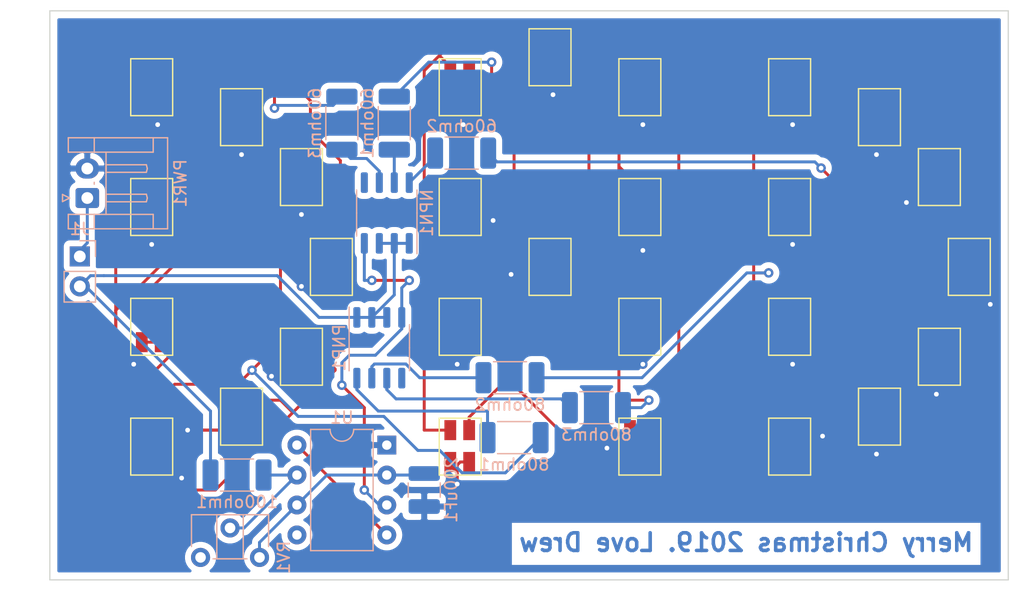
<source format=kicad_pcb>
(kicad_pcb (version 20171130) (host pcbnew "(5.1.2)-2")

  (general
    (thickness 1.6)
    (drawings 5)
    (tracks 452)
    (zones 0)
    (modules 42)
    (nets 21)
  )

  (page A4)
  (layers
    (0 F.Cu signal)
    (31 B.Cu signal)
    (32 B.Adhes user)
    (33 F.Adhes user)
    (34 B.Paste user)
    (35 F.Paste user)
    (36 B.SilkS user)
    (37 F.SilkS user)
    (38 B.Mask user)
    (39 F.Mask user)
    (40 Dwgs.User user)
    (41 Cmts.User user)
    (42 Eco1.User user)
    (43 Eco2.User user)
    (44 Edge.Cuts user)
    (45 Margin user)
    (46 B.CrtYd user)
    (47 F.CrtYd user)
    (48 B.Fab user)
    (49 F.Fab user)
  )

  (setup
    (last_trace_width 0.25)
    (trace_clearance 0.2)
    (zone_clearance 0.508)
    (zone_45_only no)
    (trace_min 0.2)
    (via_size 0.8)
    (via_drill 0.4)
    (via_min_size 0.4)
    (via_min_drill 0.3)
    (uvia_size 0.3)
    (uvia_drill 0.1)
    (uvias_allowed no)
    (uvia_min_size 0.2)
    (uvia_min_drill 0.1)
    (edge_width 0.05)
    (segment_width 0.2)
    (pcb_text_width 0.3)
    (pcb_text_size 1.5 1.5)
    (mod_edge_width 0.12)
    (mod_text_size 1 1)
    (mod_text_width 0.15)
    (pad_size 1.35 2.65)
    (pad_drill 0)
    (pad_to_mask_clearance 0.051)
    (solder_mask_min_width 0.25)
    (aux_axis_origin 0 0)
    (visible_elements 7FFFFFFF)
    (pcbplotparams
      (layerselection 0x010fc_ffffffff)
      (usegerberextensions false)
      (usegerberattributes false)
      (usegerberadvancedattributes false)
      (creategerberjobfile false)
      (excludeedgelayer true)
      (linewidth 0.100000)
      (plotframeref false)
      (viasonmask false)
      (mode 1)
      (useauxorigin false)
      (hpglpennumber 1)
      (hpglpenspeed 20)
      (hpglpendiameter 15.000000)
      (psnegative false)
      (psa4output false)
      (plotreference true)
      (plotvalue true)
      (plotinvisibletext false)
      (padsonsilk false)
      (subtractmaskfromsilk false)
      (outputformat 1)
      (mirror false)
      (drillshape 0)
      (scaleselection 1)
      (outputdirectory ""))
  )

  (net 0 "")
  (net 1 "Net-(100ohm1-Pad2)")
  (net 2 +3V3)
  (net 3 "Net-(200uF1-Pad2)")
  (net 4 GND)
  (net 5 "Net-(60ohm1-Pad2)")
  (net 6 "Net-(60ohm2-Pad2)")
  (net 7 "Net-(60ohm3-Pad2)")
  (net 8 "Net-(60ohm4-Pad2)")
  (net 9 "Net-(80ohm1-Pad1)")
  (net 10 "Net-(80ohm2-Pad1)")
  (net 11 "Net-(80ohm3-Pad1)")
  (net 12 "Net-(80ohm4-Pad1)")
  (net 13 "Net-(D1-Pad1)")
  (net 14 "Net-(D1-Pad3)")
  (net 15 "Net-(D10-Pad1)")
  (net 16 "Net-(D10-Pad3)")
  (net 17 "Net-(D20-Pad1)")
  (net 18 "Net-(D20-Pad3)")
  (net 19 "Net-(NPN1-Pad4)")
  (net 20 "Net-(U1-Pad4)")

  (net_class Default "This is the default net class."
    (clearance 0.2)
    (trace_width 0.25)
    (via_dia 0.8)
    (via_drill 0.4)
    (uvia_dia 0.3)
    (uvia_drill 0.1)
    (add_net +3V3)
    (add_net GND)
    (add_net "Net-(100ohm1-Pad2)")
    (add_net "Net-(200uF1-Pad2)")
    (add_net "Net-(60ohm1-Pad2)")
    (add_net "Net-(60ohm2-Pad2)")
    (add_net "Net-(60ohm3-Pad2)")
    (add_net "Net-(60ohm4-Pad2)")
    (add_net "Net-(80ohm1-Pad1)")
    (add_net "Net-(80ohm2-Pad1)")
    (add_net "Net-(80ohm3-Pad1)")
    (add_net "Net-(80ohm4-Pad1)")
    (add_net "Net-(D1-Pad1)")
    (add_net "Net-(D1-Pad3)")
    (add_net "Net-(D10-Pad1)")
    (add_net "Net-(D10-Pad3)")
    (add_net "Net-(D20-Pad1)")
    (add_net "Net-(D20-Pad3)")
    (add_net "Net-(NPN1-Pad4)")
    (add_net "Net-(U1-Pad4)")
  )

  (module Connector_PinHeader_2.54mm:PinHeader_1x02_P2.54mm_Vertical (layer B.Cu) (tedit 5DC7510B) (tstamp 5DC7620C)
    (at 114.3 94.488 180)
    (descr "Through hole straight pin header, 1x02, 2.54mm pitch, single row")
    (tags "Through hole pin header THT 1x02 2.54mm single row")
    (path /5DC80C0E)
    (fp_text reference J1 (at 0 2.33) (layer B.SilkS)
      (effects (font (size 1 1) (thickness 0.15)) (justify mirror))
    )
    (fp_text value Conn_01x02_Male (at 0 -4.87) (layer B.Fab)
      (effects (font (size 1 1) (thickness 0.15)) (justify mirror))
    )
    (fp_text user %R (at 0 -1.27 270) (layer B.Fab)
      (effects (font (size 1 1) (thickness 0.15)) (justify mirror))
    )
    (fp_line (start 1.8 1.8) (end -1.8 1.8) (layer B.CrtYd) (width 0.05))
    (fp_line (start 1.8 -4.35) (end 1.8 1.8) (layer B.CrtYd) (width 0.05))
    (fp_line (start -1.8 -4.35) (end 1.8 -4.35) (layer B.CrtYd) (width 0.05))
    (fp_line (start -1.8 1.8) (end -1.8 -4.35) (layer B.CrtYd) (width 0.05))
    (fp_line (start -1.33 1.33) (end 0 1.33) (layer B.SilkS) (width 0.12))
    (fp_line (start -1.33 0) (end -1.33 1.33) (layer B.SilkS) (width 0.12))
    (fp_line (start -1.33 -1.27) (end 1.33 -1.27) (layer B.SilkS) (width 0.12))
    (fp_line (start 1.33 -1.27) (end 1.33 -3.87) (layer B.SilkS) (width 0.12))
    (fp_line (start -1.33 -1.27) (end -1.33 -3.87) (layer B.SilkS) (width 0.12))
    (fp_line (start -1.33 -3.87) (end 1.33 -3.87) (layer B.SilkS) (width 0.12))
    (fp_line (start -1.27 0.635) (end -0.635 1.27) (layer B.Fab) (width 0.1))
    (fp_line (start -1.27 -3.81) (end -1.27 0.635) (layer B.Fab) (width 0.1))
    (fp_line (start 1.27 -3.81) (end -1.27 -3.81) (layer B.Fab) (width 0.1))
    (fp_line (start 1.27 1.27) (end 1.27 -3.81) (layer B.Fab) (width 0.1))
    (fp_line (start -0.635 1.27) (end 1.27 1.27) (layer B.Fab) (width 0.1))
    (pad 2 thru_hole oval (at 0 -2.54 180) (size 1.7 1.7) (drill 1) (layers *.Cu *.Mask)
      (net 2 +3V3))
    (pad 1 thru_hole rect (at 0 0 180) (size 1.7 1.7) (drill 1) (layers *.Cu *.Mask)
      (net 2 +3V3))
    (model ${KISYS3DMOD}/Connector_PinHeader_2.54mm.3dshapes/PinHeader_1x02_P2.54mm_Vertical.wrl
      (at (xyz 0 0 0))
      (scale (xyz 1 1 1))
      (rotate (xyz 0 0 0))
    )
  )

  (module EndConnectors:DualLed (layer F.Cu) (tedit 5DC0810E) (tstamp 5DC29875)
    (at 123.698 99.06 270)
    (path /5DBDF546)
    (fp_text reference D3 (at 0 0.5 90) (layer F.SilkS) hide
      (effects (font (size 1 1) (thickness 0.15)))
    )
    (fp_text value "Dual Led" (at 0 -0.5 90) (layer F.Fab)
      (effects (font (size 1 1) (thickness 0.15)))
    )
    (fp_line (start -1.016 1.524) (end 3.81 1.524) (layer F.SilkS) (width 0.12))
    (fp_line (start 3.81 1.524) (end 3.81 5.08) (layer F.SilkS) (width 0.12))
    (fp_line (start 3.81 5.08) (end -1.016 5.08) (layer F.SilkS) (width 0.12))
    (fp_line (start -1.016 5.08) (end -1.016 1.524) (layer F.SilkS) (width 0.12))
    (pad 3 smd rect (at 0 2.54 270) (size 1.7 1) (layers F.Cu F.Paste F.Mask)
      (net 14 "Net-(D1-Pad3)"))
    (pad 4 smd rect (at 2.7 2.54 270) (size 1.7 1) (layers F.Cu F.Paste F.Mask)
      (net 4 GND))
    (pad 1 smd rect (at 0 4.14 270) (size 1.7 1) (layers F.Cu F.Paste F.Mask)
      (net 13 "Net-(D1-Pad1)"))
    (pad 2 smd rect (at 2.7 4.14 270) (size 1.7 1) (layers F.Cu F.Paste F.Mask)
      (net 4 GND))
  )

  (module EndConnectors:DualLed (layer F.Cu) (tedit 5DC0810E) (tstamp 5DC29869)
    (at 123.698 88.9 270)
    (path /5DBDEC5C)
    (fp_text reference D2 (at 0 0.5 90) (layer F.SilkS) hide
      (effects (font (size 1 1) (thickness 0.15)))
    )
    (fp_text value "Dual Led" (at 0 -0.5 90) (layer F.Fab)
      (effects (font (size 1 1) (thickness 0.15)))
    )
    (fp_line (start -1.016 1.524) (end 3.81 1.524) (layer F.SilkS) (width 0.12))
    (fp_line (start 3.81 1.524) (end 3.81 5.08) (layer F.SilkS) (width 0.12))
    (fp_line (start 3.81 5.08) (end -1.016 5.08) (layer F.SilkS) (width 0.12))
    (fp_line (start -1.016 5.08) (end -1.016 1.524) (layer F.SilkS) (width 0.12))
    (pad 3 smd rect (at 0 2.54 270) (size 1.7 1) (layers F.Cu F.Paste F.Mask)
      (net 14 "Net-(D1-Pad3)"))
    (pad 4 smd rect (at 2.7 2.54 270) (size 1.7 1) (layers F.Cu F.Paste F.Mask)
      (net 4 GND))
    (pad 1 smd rect (at 0 4.14 270) (size 1.7 1) (layers F.Cu F.Paste F.Mask)
      (net 13 "Net-(D1-Pad1)"))
    (pad 2 smd rect (at 2.7 4.14 270) (size 1.7 1) (layers F.Cu F.Paste F.Mask)
      (net 4 GND))
  )

  (module EndConnectors:DualLed (layer F.Cu) (tedit 5DC0810E) (tstamp 5DC2985D)
    (at 123.698 78.74 270)
    (path /5DBDCA4A)
    (fp_text reference D1 (at 0 0.5 90) (layer F.SilkS) hide
      (effects (font (size 1 1) (thickness 0.15)))
    )
    (fp_text value "Dual Led" (at 0 -0.5 90) (layer F.Fab)
      (effects (font (size 1 1) (thickness 0.15)))
    )
    (fp_line (start -1.016 1.524) (end 3.81 1.524) (layer F.SilkS) (width 0.12))
    (fp_line (start 3.81 1.524) (end 3.81 5.08) (layer F.SilkS) (width 0.12))
    (fp_line (start 3.81 5.08) (end -1.016 5.08) (layer F.SilkS) (width 0.12))
    (fp_line (start -1.016 5.08) (end -1.016 1.524) (layer F.SilkS) (width 0.12))
    (pad 3 smd rect (at 0 2.54 270) (size 1.7 1) (layers F.Cu F.Paste F.Mask)
      (net 14 "Net-(D1-Pad3)"))
    (pad 4 smd rect (at 2.7 2.54 270) (size 1.7 1) (layers F.Cu F.Paste F.Mask)
      (net 4 GND))
    (pad 1 smd rect (at 0 4.14 270) (size 1.7 1) (layers F.Cu F.Paste F.Mask)
      (net 13 "Net-(D1-Pad1)"))
    (pad 2 smd rect (at 2.7 4.14 270) (size 1.7 1) (layers F.Cu F.Paste F.Mask)
      (net 4 GND))
  )

  (module EndConnectors:DualLed (layer F.Cu) (tedit 5DC0810E) (tstamp 5DC2988D)
    (at 136.398 86.36 270)
    (path /5DBE0C8D)
    (fp_text reference D5 (at 0 0.5 90) (layer F.SilkS) hide
      (effects (font (size 1 1) (thickness 0.15)))
    )
    (fp_text value "Dual Led" (at 0 -0.5 90) (layer F.Fab)
      (effects (font (size 1 1) (thickness 0.15)))
    )
    (fp_line (start -1.016 1.524) (end 3.81 1.524) (layer F.SilkS) (width 0.12))
    (fp_line (start 3.81 1.524) (end 3.81 5.08) (layer F.SilkS) (width 0.12))
    (fp_line (start 3.81 5.08) (end -1.016 5.08) (layer F.SilkS) (width 0.12))
    (fp_line (start -1.016 5.08) (end -1.016 1.524) (layer F.SilkS) (width 0.12))
    (pad 3 smd rect (at 0 2.54 270) (size 1.7 1) (layers F.Cu F.Paste F.Mask)
      (net 14 "Net-(D1-Pad3)"))
    (pad 4 smd rect (at 2.7 2.54 270) (size 1.7 1) (layers F.Cu F.Paste F.Mask)
      (net 4 GND))
    (pad 1 smd rect (at 0 4.14 270) (size 1.7 1) (layers F.Cu F.Paste F.Mask)
      (net 13 "Net-(D1-Pad1)"))
    (pad 2 smd rect (at 2.7 4.14 270) (size 1.7 1) (layers F.Cu F.Paste F.Mask)
      (net 4 GND))
  )

  (module EndConnectors:DualLed (layer F.Cu) (tedit 5DC0810E) (tstamp 5DC298A5)
    (at 131.318 106.68 270)
    (path /5DBE1299)
    (fp_text reference D7 (at 0 0.5 90) (layer F.SilkS) hide
      (effects (font (size 1 1) (thickness 0.15)))
    )
    (fp_text value "Dual Led" (at 0 -0.5 90) (layer F.Fab)
      (effects (font (size 1 1) (thickness 0.15)))
    )
    (fp_line (start -1.016 1.524) (end 3.81 1.524) (layer F.SilkS) (width 0.12))
    (fp_line (start 3.81 1.524) (end 3.81 5.08) (layer F.SilkS) (width 0.12))
    (fp_line (start 3.81 5.08) (end -1.016 5.08) (layer F.SilkS) (width 0.12))
    (fp_line (start -1.016 5.08) (end -1.016 1.524) (layer F.SilkS) (width 0.12))
    (pad 3 smd rect (at 0 2.54 270) (size 1.7 1) (layers F.Cu F.Paste F.Mask)
      (net 14 "Net-(D1-Pad3)"))
    (pad 4 smd rect (at 2.7 2.54 270) (size 1.7 1) (layers F.Cu F.Paste F.Mask)
      (net 4 GND))
    (pad 1 smd rect (at 0 4.14 270) (size 1.7 1) (layers F.Cu F.Paste F.Mask)
      (net 13 "Net-(D1-Pad1)"))
    (pad 2 smd rect (at 2.7 4.14 270) (size 1.7 1) (layers F.Cu F.Paste F.Mask)
      (net 4 GND))
  )

  (module EndConnectors:DualLed (layer F.Cu) (tedit 5DC0810E) (tstamp 5DC298C9)
    (at 149.86 78.74 270)
    (path /5DC53D9E)
    (fp_text reference D10 (at 0 0.5 90) (layer F.SilkS) hide
      (effects (font (size 1 1) (thickness 0.15)))
    )
    (fp_text value "Dual Led" (at 0 -0.5 90) (layer F.Fab)
      (effects (font (size 1 1) (thickness 0.15)))
    )
    (fp_line (start -1.016 5.08) (end -1.016 1.524) (layer F.SilkS) (width 0.12))
    (fp_line (start 3.81 5.08) (end -1.016 5.08) (layer F.SilkS) (width 0.12))
    (fp_line (start 3.81 1.524) (end 3.81 5.08) (layer F.SilkS) (width 0.12))
    (fp_line (start -1.016 1.524) (end 3.81 1.524) (layer F.SilkS) (width 0.12))
    (pad 2 smd rect (at 2.7 4.14 270) (size 1.7 1) (layers F.Cu F.Paste F.Mask)
      (net 4 GND))
    (pad 1 smd rect (at 0 4.14 270) (size 1.7 1) (layers F.Cu F.Paste F.Mask)
      (net 15 "Net-(D10-Pad1)"))
    (pad 4 smd rect (at 2.7 2.54 270) (size 1.7 1) (layers F.Cu F.Paste F.Mask)
      (net 4 GND))
    (pad 3 smd rect (at 0 2.54 270) (size 1.7 1) (layers F.Cu F.Paste F.Mask)
      (net 16 "Net-(D10-Pad3)"))
  )

  (module EndConnectors:DualLed (layer F.Cu) (tedit 5DC0810E) (tstamp 5DC298E1)
    (at 157.48 76.2 270)
    (path /5DC528BF)
    (fp_text reference D12 (at 0 0.5 90) (layer F.SilkS) hide
      (effects (font (size 1 1) (thickness 0.15)))
    )
    (fp_text value "Dual Led" (at 0 -0.5 90) (layer F.Fab)
      (effects (font (size 1 1) (thickness 0.15)))
    )
    (fp_line (start -1.016 5.08) (end -1.016 1.524) (layer F.SilkS) (width 0.12))
    (fp_line (start 3.81 5.08) (end -1.016 5.08) (layer F.SilkS) (width 0.12))
    (fp_line (start 3.81 1.524) (end 3.81 5.08) (layer F.SilkS) (width 0.12))
    (fp_line (start -1.016 1.524) (end 3.81 1.524) (layer F.SilkS) (width 0.12))
    (pad 2 smd rect (at 2.7 4.14 270) (size 1.7 1) (layers F.Cu F.Paste F.Mask)
      (net 4 GND))
    (pad 1 smd rect (at 0 4.14 270) (size 1.7 1) (layers F.Cu F.Paste F.Mask)
      (net 15 "Net-(D10-Pad1)"))
    (pad 4 smd rect (at 2.7 2.54 270) (size 1.7 1) (layers F.Cu F.Paste F.Mask)
      (net 4 GND))
    (pad 3 smd rect (at 0 2.54 270) (size 1.7 1) (layers F.Cu F.Paste F.Mask)
      (net 16 "Net-(D10-Pad3)"))
  )

  (module EndConnectors:DualLed (layer F.Cu) (tedit 5DC0810E) (tstamp 5DC298D5)
    (at 149.86 88.9 270)
    (path /5DC51C12)
    (fp_text reference D11 (at 0 0.5 90) (layer F.SilkS) hide
      (effects (font (size 1 1) (thickness 0.15)))
    )
    (fp_text value "Dual Led" (at 0 -0.5 90) (layer F.Fab)
      (effects (font (size 1 1) (thickness 0.15)))
    )
    (fp_line (start -1.016 5.08) (end -1.016 1.524) (layer F.SilkS) (width 0.12))
    (fp_line (start 3.81 5.08) (end -1.016 5.08) (layer F.SilkS) (width 0.12))
    (fp_line (start 3.81 1.524) (end 3.81 5.08) (layer F.SilkS) (width 0.12))
    (fp_line (start -1.016 1.524) (end 3.81 1.524) (layer F.SilkS) (width 0.12))
    (pad 2 smd rect (at 2.7 4.14 270) (size 1.7 1) (layers F.Cu F.Paste F.Mask)
      (net 4 GND))
    (pad 1 smd rect (at 0 4.14 270) (size 1.7 1) (layers F.Cu F.Paste F.Mask)
      (net 15 "Net-(D10-Pad1)"))
    (pad 4 smd rect (at 2.7 2.54 270) (size 1.7 1) (layers F.Cu F.Paste F.Mask)
      (net 4 GND))
    (pad 3 smd rect (at 0 2.54 270) (size 1.7 1) (layers F.Cu F.Paste F.Mask)
      (net 16 "Net-(D10-Pad3)"))
  )

  (module EndConnectors:DualLed (layer F.Cu) (tedit 5DC0810E) (tstamp 5DC298F9)
    (at 149.86 109.22 270)
    (path /5DC54855)
    (fp_text reference D14 (at 0 0.5 90) (layer F.SilkS) hide
      (effects (font (size 1 1) (thickness 0.15)))
    )
    (fp_text value "Dual Led" (at 0 -0.5 90) (layer F.Fab)
      (effects (font (size 1 1) (thickness 0.15)))
    )
    (fp_line (start -1.016 5.08) (end -1.016 1.524) (layer F.SilkS) (width 0.12))
    (fp_line (start 3.81 5.08) (end -1.016 5.08) (layer F.SilkS) (width 0.12))
    (fp_line (start 3.81 1.524) (end 3.81 5.08) (layer F.SilkS) (width 0.12))
    (fp_line (start -1.016 1.524) (end 3.81 1.524) (layer F.SilkS) (width 0.12))
    (pad 2 smd rect (at 2.7 4.14 270) (size 1.7 1) (layers F.Cu F.Paste F.Mask)
      (net 4 GND))
    (pad 1 smd rect (at 0 4.14 270) (size 1.7 1) (layers F.Cu F.Paste F.Mask)
      (net 15 "Net-(D10-Pad1)"))
    (pad 4 smd rect (at 2.7 2.54 270) (size 1.7 1) (layers F.Cu F.Paste F.Mask)
      (net 4 GND))
    (pad 3 smd rect (at 0 2.54 270) (size 1.7 1) (layers F.Cu F.Paste F.Mask)
      (net 16 "Net-(D10-Pad3)"))
  )

  (module EndConnectors:DualLed (layer F.Cu) (tedit 5DC0810E) (tstamp 5DC29905)
    (at 165.1 88.9 270)
    (path /5DC550AB)
    (fp_text reference D15 (at 0 0.5 90) (layer F.SilkS) hide
      (effects (font (size 1 1) (thickness 0.15)))
    )
    (fp_text value "Dual Led" (at 0 -0.5 90) (layer F.Fab)
      (effects (font (size 1 1) (thickness 0.15)))
    )
    (fp_line (start -1.016 5.08) (end -1.016 1.524) (layer F.SilkS) (width 0.12))
    (fp_line (start 3.81 5.08) (end -1.016 5.08) (layer F.SilkS) (width 0.12))
    (fp_line (start 3.81 1.524) (end 3.81 5.08) (layer F.SilkS) (width 0.12))
    (fp_line (start -1.016 1.524) (end 3.81 1.524) (layer F.SilkS) (width 0.12))
    (pad 2 smd rect (at 2.7 4.14 270) (size 1.7 1) (layers F.Cu F.Paste F.Mask)
      (net 4 GND))
    (pad 1 smd rect (at 0 4.14 270) (size 1.7 1) (layers F.Cu F.Paste F.Mask)
      (net 15 "Net-(D10-Pad1)"))
    (pad 4 smd rect (at 2.7 2.54 270) (size 1.7 1) (layers F.Cu F.Paste F.Mask)
      (net 4 GND))
    (pad 3 smd rect (at 0 2.54 270) (size 1.7 1) (layers F.Cu F.Paste F.Mask)
      (net 16 "Net-(D10-Pad3)"))
  )

  (module EndConnectors:DualLed (layer F.Cu) (tedit 5DC0810E) (tstamp 5DC29911)
    (at 165.1 78.74 270)
    (path /5DC55F42)
    (fp_text reference D16 (at 0 0.5 90) (layer F.SilkS) hide
      (effects (font (size 1 1) (thickness 0.15)))
    )
    (fp_text value "Dual Led" (at 0 -0.5 90) (layer F.Fab)
      (effects (font (size 1 1) (thickness 0.15)))
    )
    (fp_line (start -1.016 5.08) (end -1.016 1.524) (layer F.SilkS) (width 0.12))
    (fp_line (start 3.81 5.08) (end -1.016 5.08) (layer F.SilkS) (width 0.12))
    (fp_line (start 3.81 1.524) (end 3.81 5.08) (layer F.SilkS) (width 0.12))
    (fp_line (start -1.016 1.524) (end 3.81 1.524) (layer F.SilkS) (width 0.12))
    (pad 2 smd rect (at 2.7 4.14 270) (size 1.7 1) (layers F.Cu F.Paste F.Mask)
      (net 4 GND))
    (pad 1 smd rect (at 0 4.14 270) (size 1.7 1) (layers F.Cu F.Paste F.Mask)
      (net 15 "Net-(D10-Pad1)"))
    (pad 4 smd rect (at 2.7 2.54 270) (size 1.7 1) (layers F.Cu F.Paste F.Mask)
      (net 4 GND))
    (pad 3 smd rect (at 0 2.54 270) (size 1.7 1) (layers F.Cu F.Paste F.Mask)
      (net 16 "Net-(D10-Pad3)"))
  )

  (module EndConnectors:DualLed (layer F.Cu) (tedit 5DC0810E) (tstamp 5DC2991D)
    (at 165.1 109.22 270)
    (path /5DC5688A)
    (fp_text reference D17 (at 0 0.5 90) (layer F.SilkS) hide
      (effects (font (size 1 1) (thickness 0.15)))
    )
    (fp_text value "Dual Led" (at 0 -0.5 90) (layer F.Fab)
      (effects (font (size 1 1) (thickness 0.15)))
    )
    (fp_line (start -1.016 5.08) (end -1.016 1.524) (layer F.SilkS) (width 0.12))
    (fp_line (start 3.81 5.08) (end -1.016 5.08) (layer F.SilkS) (width 0.12))
    (fp_line (start 3.81 1.524) (end 3.81 5.08) (layer F.SilkS) (width 0.12))
    (fp_line (start -1.016 1.524) (end 3.81 1.524) (layer F.SilkS) (width 0.12))
    (pad 2 smd rect (at 2.7 4.14 270) (size 1.7 1) (layers F.Cu F.Paste F.Mask)
      (net 4 GND))
    (pad 1 smd rect (at 0 4.14 270) (size 1.7 1) (layers F.Cu F.Paste F.Mask)
      (net 15 "Net-(D10-Pad1)"))
    (pad 4 smd rect (at 2.7 2.54 270) (size 1.7 1) (layers F.Cu F.Paste F.Mask)
      (net 4 GND))
    (pad 3 smd rect (at 0 2.54 270) (size 1.7 1) (layers F.Cu F.Paste F.Mask)
      (net 16 "Net-(D10-Pad3)"))
  )

  (module EndConnectors:DualLed (layer F.Cu) (tedit 5DC0810E) (tstamp 5DC29899)
    (at 131.318 81.28 270)
    (path /5DBE04AC)
    (fp_text reference D6 (at 0 0.5 90) (layer F.SilkS) hide
      (effects (font (size 1 1) (thickness 0.15)))
    )
    (fp_text value "Dual Led" (at 0 -0.5 90) (layer F.Fab)
      (effects (font (size 1 1) (thickness 0.15)))
    )
    (fp_line (start -1.016 1.524) (end 3.81 1.524) (layer F.SilkS) (width 0.12))
    (fp_line (start 3.81 1.524) (end 3.81 5.08) (layer F.SilkS) (width 0.12))
    (fp_line (start 3.81 5.08) (end -1.016 5.08) (layer F.SilkS) (width 0.12))
    (fp_line (start -1.016 5.08) (end -1.016 1.524) (layer F.SilkS) (width 0.12))
    (pad 3 smd rect (at 0 2.54 270) (size 1.7 1) (layers F.Cu F.Paste F.Mask)
      (net 14 "Net-(D1-Pad3)"))
    (pad 4 smd rect (at 2.7 2.54 270) (size 1.7 1) (layers F.Cu F.Paste F.Mask)
      (net 4 GND))
    (pad 1 smd rect (at 0 4.14 270) (size 1.7 1) (layers F.Cu F.Paste F.Mask)
      (net 13 "Net-(D1-Pad1)"))
    (pad 2 smd rect (at 2.7 4.14 270) (size 1.7 1) (layers F.Cu F.Paste F.Mask)
      (net 4 GND))
  )

  (module EndConnectors:DualLed (layer F.Cu) (tedit 5DC0810E) (tstamp 5DC29935)
    (at 165.1 99.06 270)
    (path /5DD86229)
    (fp_text reference D19 (at 0 0.5 90) (layer F.SilkS) hide
      (effects (font (size 1 1) (thickness 0.15)))
    )
    (fp_text value "Dual Led" (at 0 -0.5 90) (layer F.Fab)
      (effects (font (size 1 1) (thickness 0.15)))
    )
    (fp_line (start -1.016 5.08) (end -1.016 1.524) (layer F.SilkS) (width 0.12))
    (fp_line (start 3.81 5.08) (end -1.016 5.08) (layer F.SilkS) (width 0.12))
    (fp_line (start 3.81 1.524) (end 3.81 5.08) (layer F.SilkS) (width 0.12))
    (fp_line (start -1.016 1.524) (end 3.81 1.524) (layer F.SilkS) (width 0.12))
    (pad 2 smd rect (at 2.7 4.14 270) (size 1.7 1) (layers F.Cu F.Paste F.Mask)
      (net 4 GND))
    (pad 1 smd rect (at 0 4.14 270) (size 1.7 1) (layers F.Cu F.Paste F.Mask)
      (net 15 "Net-(D10-Pad1)"))
    (pad 4 smd rect (at 2.7 2.54 270) (size 1.7 1) (layers F.Cu F.Paste F.Mask)
      (net 4 GND))
    (pad 3 smd rect (at 0 2.54 270) (size 1.7 1) (layers F.Cu F.Paste F.Mask)
      (net 16 "Net-(D10-Pad3)"))
  )

  (module EndConnectors:DualLed (layer F.Cu) (tedit 5DC0810E) (tstamp 5DC29941)
    (at 177.8 78.74 270)
    (path /5DDAB725)
    (fp_text reference D20 (at 0 0.5 90) (layer F.SilkS) hide
      (effects (font (size 1 1) (thickness 0.15)))
    )
    (fp_text value "Dual Led" (at 0 -0.5 90) (layer F.Fab)
      (effects (font (size 1 1) (thickness 0.15)))
    )
    (fp_line (start -1.016 5.08) (end -1.016 1.524) (layer F.SilkS) (width 0.12))
    (fp_line (start 3.81 5.08) (end -1.016 5.08) (layer F.SilkS) (width 0.12))
    (fp_line (start 3.81 1.524) (end 3.81 5.08) (layer F.SilkS) (width 0.12))
    (fp_line (start -1.016 1.524) (end 3.81 1.524) (layer F.SilkS) (width 0.12))
    (pad 2 smd rect (at 2.7 4.14 270) (size 1.7 1) (layers F.Cu F.Paste F.Mask)
      (net 4 GND))
    (pad 1 smd rect (at 0 4.14 270) (size 1.7 1) (layers F.Cu F.Paste F.Mask)
      (net 17 "Net-(D20-Pad1)"))
    (pad 4 smd rect (at 2.7 2.54 270) (size 1.7 1) (layers F.Cu F.Paste F.Mask)
      (net 4 GND))
    (pad 3 smd rect (at 0 2.54 270) (size 1.7 1) (layers F.Cu F.Paste F.Mask)
      (net 18 "Net-(D20-Pad3)"))
  )

  (module EndConnectors:DualLed (layer F.Cu) (tedit 5DC0810E) (tstamp 5DC298B1)
    (at 136.398 101.6 270)
    (path /5DBE1923)
    (fp_text reference D8 (at 0 0.5 90) (layer F.SilkS) hide
      (effects (font (size 1 1) (thickness 0.15)))
    )
    (fp_text value "Dual Led" (at 0 -0.5 90) (layer F.Fab)
      (effects (font (size 1 1) (thickness 0.15)))
    )
    (fp_line (start -1.016 1.524) (end 3.81 1.524) (layer F.SilkS) (width 0.12))
    (fp_line (start 3.81 1.524) (end 3.81 5.08) (layer F.SilkS) (width 0.12))
    (fp_line (start 3.81 5.08) (end -1.016 5.08) (layer F.SilkS) (width 0.12))
    (fp_line (start -1.016 5.08) (end -1.016 1.524) (layer F.SilkS) (width 0.12))
    (pad 3 smd rect (at 0 2.54 270) (size 1.7 1) (layers F.Cu F.Paste F.Mask)
      (net 14 "Net-(D1-Pad3)"))
    (pad 4 smd rect (at 2.7 2.54 270) (size 1.7 1) (layers F.Cu F.Paste F.Mask)
      (net 4 GND))
    (pad 1 smd rect (at 0 4.14 270) (size 1.7 1) (layers F.Cu F.Paste F.Mask)
      (net 13 "Net-(D1-Pad1)"))
    (pad 2 smd rect (at 2.7 4.14 270) (size 1.7 1) (layers F.Cu F.Paste F.Mask)
      (net 4 GND))
  )

  (module EndConnectors:DualLed (layer F.Cu) (tedit 5DC0810E) (tstamp 5DC2994D)
    (at 177.8 88.9 270)
    (path /5DDAB71F)
    (fp_text reference D21 (at 0 0.5 90) (layer F.SilkS) hide
      (effects (font (size 1 1) (thickness 0.15)))
    )
    (fp_text value "Dual Led" (at 0 -0.5 90) (layer F.Fab)
      (effects (font (size 1 1) (thickness 0.15)))
    )
    (fp_line (start -1.016 5.08) (end -1.016 1.524) (layer F.SilkS) (width 0.12))
    (fp_line (start 3.81 5.08) (end -1.016 5.08) (layer F.SilkS) (width 0.12))
    (fp_line (start 3.81 1.524) (end 3.81 5.08) (layer F.SilkS) (width 0.12))
    (fp_line (start -1.016 1.524) (end 3.81 1.524) (layer F.SilkS) (width 0.12))
    (pad 2 smd rect (at 2.7 4.14 270) (size 1.7 1) (layers F.Cu F.Paste F.Mask)
      (net 4 GND))
    (pad 1 smd rect (at 0 4.14 270) (size 1.7 1) (layers F.Cu F.Paste F.Mask)
      (net 17 "Net-(D20-Pad1)"))
    (pad 4 smd rect (at 2.7 2.54 270) (size 1.7 1) (layers F.Cu F.Paste F.Mask)
      (net 4 GND))
    (pad 3 smd rect (at 0 2.54 270) (size 1.7 1) (layers F.Cu F.Paste F.Mask)
      (net 18 "Net-(D20-Pad3)"))
  )

  (module EndConnectors:DualLed (layer F.Cu) (tedit 5DC0810E) (tstamp 5DC298ED)
    (at 149.86 99.06 270)
    (path /5DC533DD)
    (fp_text reference D13 (at 0 0.5 90) (layer F.SilkS) hide
      (effects (font (size 1 1) (thickness 0.15)))
    )
    (fp_text value "Dual Led" (at 0 -0.5 90) (layer F.Fab)
      (effects (font (size 1 1) (thickness 0.15)))
    )
    (fp_line (start -1.016 5.08) (end -1.016 1.524) (layer F.SilkS) (width 0.12))
    (fp_line (start 3.81 5.08) (end -1.016 5.08) (layer F.SilkS) (width 0.12))
    (fp_line (start 3.81 1.524) (end 3.81 5.08) (layer F.SilkS) (width 0.12))
    (fp_line (start -1.016 1.524) (end 3.81 1.524) (layer F.SilkS) (width 0.12))
    (pad 2 smd rect (at 2.7 4.14 270) (size 1.7 1) (layers F.Cu F.Paste F.Mask)
      (net 4 GND))
    (pad 1 smd rect (at 0 4.14 270) (size 1.7 1) (layers F.Cu F.Paste F.Mask)
      (net 15 "Net-(D10-Pad1)"))
    (pad 4 smd rect (at 2.7 2.54 270) (size 1.7 1) (layers F.Cu F.Paste F.Mask)
      (net 4 GND))
    (pad 3 smd rect (at 0 2.54 270) (size 1.7 1) (layers F.Cu F.Paste F.Mask)
      (net 16 "Net-(D10-Pad3)"))
  )

  (module EndConnectors:DualLed (layer F.Cu) (tedit 5DC0810E) (tstamp 5DC29959)
    (at 177.8 99.06 270)
    (path /5DDAB719)
    (fp_text reference D22 (at 0 0.5 90) (layer F.SilkS) hide
      (effects (font (size 1 1) (thickness 0.15)))
    )
    (fp_text value "Dual Led" (at 0 -0.5 90) (layer F.Fab)
      (effects (font (size 1 1) (thickness 0.15)))
    )
    (fp_line (start -1.016 5.08) (end -1.016 1.524) (layer F.SilkS) (width 0.12))
    (fp_line (start 3.81 5.08) (end -1.016 5.08) (layer F.SilkS) (width 0.12))
    (fp_line (start 3.81 1.524) (end 3.81 5.08) (layer F.SilkS) (width 0.12))
    (fp_line (start -1.016 1.524) (end 3.81 1.524) (layer F.SilkS) (width 0.12))
    (pad 2 smd rect (at 2.7 4.14 270) (size 1.7 1) (layers F.Cu F.Paste F.Mask)
      (net 4 GND))
    (pad 1 smd rect (at 0 4.14 270) (size 1.7 1) (layers F.Cu F.Paste F.Mask)
      (net 17 "Net-(D20-Pad1)"))
    (pad 4 smd rect (at 2.7 2.54 270) (size 1.7 1) (layers F.Cu F.Paste F.Mask)
      (net 4 GND))
    (pad 3 smd rect (at 0 2.54 270) (size 1.7 1) (layers F.Cu F.Paste F.Mask)
      (net 18 "Net-(D20-Pad3)"))
  )

  (module EndConnectors:DualLed (layer F.Cu) (tedit 5DC0810E) (tstamp 5DC298BD)
    (at 138.938 93.98 270)
    (path /5DBE6854)
    (fp_text reference D9 (at 0 0.5 90) (layer F.SilkS) hide
      (effects (font (size 1 1) (thickness 0.15)))
    )
    (fp_text value "Dual Led" (at 0 -0.5 90) (layer F.Fab)
      (effects (font (size 1 1) (thickness 0.15)))
    )
    (fp_line (start -1.016 1.524) (end 3.81 1.524) (layer F.SilkS) (width 0.12))
    (fp_line (start 3.81 1.524) (end 3.81 5.08) (layer F.SilkS) (width 0.12))
    (fp_line (start 3.81 5.08) (end -1.016 5.08) (layer F.SilkS) (width 0.12))
    (fp_line (start -1.016 5.08) (end -1.016 1.524) (layer F.SilkS) (width 0.12))
    (pad 3 smd rect (at 0 2.54 270) (size 1.7 1) (layers F.Cu F.Paste F.Mask)
      (net 14 "Net-(D1-Pad3)"))
    (pad 4 smd rect (at 2.7 2.54 270) (size 1.7 1) (layers F.Cu F.Paste F.Mask)
      (net 4 GND))
    (pad 1 smd rect (at 0 4.14 270) (size 1.7 1) (layers F.Cu F.Paste F.Mask)
      (net 13 "Net-(D1-Pad1)"))
    (pad 2 smd rect (at 2.7 4.14 270) (size 1.7 1) (layers F.Cu F.Paste F.Mask)
      (net 4 GND))
  )

  (module EndConnectors:DualLed (layer F.Cu) (tedit 5DC0810E) (tstamp 5DC29971)
    (at 193.04 93.98 270)
    (path /5DDAB70D)
    (fp_text reference D24 (at 0 0.5 90) (layer F.SilkS) hide
      (effects (font (size 1 1) (thickness 0.15)))
    )
    (fp_text value "Dual Led" (at 0 -0.5 90) (layer F.Fab)
      (effects (font (size 1 1) (thickness 0.15)))
    )
    (fp_line (start -1.016 5.08) (end -1.016 1.524) (layer F.SilkS) (width 0.12))
    (fp_line (start 3.81 5.08) (end -1.016 5.08) (layer F.SilkS) (width 0.12))
    (fp_line (start 3.81 1.524) (end 3.81 5.08) (layer F.SilkS) (width 0.12))
    (fp_line (start -1.016 1.524) (end 3.81 1.524) (layer F.SilkS) (width 0.12))
    (pad 2 smd rect (at 2.7 4.14 270) (size 1.7 1) (layers F.Cu F.Paste F.Mask)
      (net 4 GND))
    (pad 1 smd rect (at 0 4.14 270) (size 1.7 1) (layers F.Cu F.Paste F.Mask)
      (net 17 "Net-(D20-Pad1)"))
    (pad 4 smd rect (at 2.7 2.54 270) (size 1.7 1) (layers F.Cu F.Paste F.Mask)
      (net 4 GND))
    (pad 3 smd rect (at 0 2.54 270) (size 1.7 1) (layers F.Cu F.Paste F.Mask)
      (net 18 "Net-(D20-Pad3)"))
  )

  (module EndConnectors:DualLed (layer F.Cu) (tedit 5DC0810E) (tstamp 5DC2997D)
    (at 185.42 106.68 270)
    (path /5DDAB7D4)
    (fp_text reference D25 (at 0 0.5 90) (layer F.SilkS) hide
      (effects (font (size 1 1) (thickness 0.15)))
    )
    (fp_text value "Dual Led" (at 0 -0.5 90) (layer F.Fab)
      (effects (font (size 1 1) (thickness 0.15)))
    )
    (fp_line (start -1.016 5.08) (end -1.016 1.524) (layer F.SilkS) (width 0.12))
    (fp_line (start 3.81 5.08) (end -1.016 5.08) (layer F.SilkS) (width 0.12))
    (fp_line (start 3.81 1.524) (end 3.81 5.08) (layer F.SilkS) (width 0.12))
    (fp_line (start -1.016 1.524) (end 3.81 1.524) (layer F.SilkS) (width 0.12))
    (pad 2 smd rect (at 2.7 4.14 270) (size 1.7 1) (layers F.Cu F.Paste F.Mask)
      (net 4 GND))
    (pad 1 smd rect (at 0 4.14 270) (size 1.7 1) (layers F.Cu F.Paste F.Mask)
      (net 17 "Net-(D20-Pad1)"))
    (pad 4 smd rect (at 2.7 2.54 270) (size 1.7 1) (layers F.Cu F.Paste F.Mask)
      (net 4 GND))
    (pad 3 smd rect (at 0 2.54 270) (size 1.7 1) (layers F.Cu F.Paste F.Mask)
      (net 18 "Net-(D20-Pad3)"))
  )

  (module EndConnectors:DualLed (layer F.Cu) (tedit 5DC0810E) (tstamp 5DC29929)
    (at 157.48 93.98 270)
    (path /5DC57854)
    (fp_text reference D18 (at 0 0.5 90) (layer F.SilkS) hide
      (effects (font (size 1 1) (thickness 0.15)))
    )
    (fp_text value "Dual Led" (at 0 -0.5 90) (layer F.Fab)
      (effects (font (size 1 1) (thickness 0.15)))
    )
    (fp_line (start -1.016 5.08) (end -1.016 1.524) (layer F.SilkS) (width 0.12))
    (fp_line (start 3.81 5.08) (end -1.016 5.08) (layer F.SilkS) (width 0.12))
    (fp_line (start 3.81 1.524) (end 3.81 5.08) (layer F.SilkS) (width 0.12))
    (fp_line (start -1.016 1.524) (end 3.81 1.524) (layer F.SilkS) (width 0.12))
    (pad 2 smd rect (at 2.7 4.14 270) (size 1.7 1) (layers F.Cu F.Paste F.Mask)
      (net 4 GND))
    (pad 1 smd rect (at 0 4.14 270) (size 1.7 1) (layers F.Cu F.Paste F.Mask)
      (net 15 "Net-(D10-Pad1)"))
    (pad 4 smd rect (at 2.7 2.54 270) (size 1.7 1) (layers F.Cu F.Paste F.Mask)
      (net 4 GND))
    (pad 3 smd rect (at 0 2.54 270) (size 1.7 1) (layers F.Cu F.Paste F.Mask)
      (net 16 "Net-(D10-Pad3)"))
  )

  (module EndConnectors:DualLed (layer F.Cu) (tedit 5DC0810E) (tstamp 5DC29989)
    (at 185.42 81.28 270)
    (path /5DDAB707)
    (fp_text reference D26 (at 0 0.5 90) (layer F.SilkS) hide
      (effects (font (size 1 1) (thickness 0.15)))
    )
    (fp_text value "Dual Led" (at 0 -0.5 90) (layer F.Fab)
      (effects (font (size 1 1) (thickness 0.15)))
    )
    (fp_line (start -1.016 5.08) (end -1.016 1.524) (layer F.SilkS) (width 0.12))
    (fp_line (start 3.81 5.08) (end -1.016 5.08) (layer F.SilkS) (width 0.12))
    (fp_line (start 3.81 1.524) (end 3.81 5.08) (layer F.SilkS) (width 0.12))
    (fp_line (start -1.016 1.524) (end 3.81 1.524) (layer F.SilkS) (width 0.12))
    (pad 2 smd rect (at 2.7 4.14 270) (size 1.7 1) (layers F.Cu F.Paste F.Mask)
      (net 4 GND))
    (pad 1 smd rect (at 0 4.14 270) (size 1.7 1) (layers F.Cu F.Paste F.Mask)
      (net 17 "Net-(D20-Pad1)"))
    (pad 4 smd rect (at 2.7 2.54 270) (size 1.7 1) (layers F.Cu F.Paste F.Mask)
      (net 4 GND))
    (pad 3 smd rect (at 0 2.54 270) (size 1.7 1) (layers F.Cu F.Paste F.Mask)
      (net 18 "Net-(D20-Pad3)"))
  )

  (module EndConnectors:DualLed (layer F.Cu) (tedit 5DC0810E) (tstamp 5DC29995)
    (at 190.5 86.36 270)
    (path /5DDAB701)
    (fp_text reference D27 (at 0 0.5 90) (layer F.SilkS) hide
      (effects (font (size 1 1) (thickness 0.15)))
    )
    (fp_text value "Dual Led" (at 0 -0.5 90) (layer F.Fab)
      (effects (font (size 1 1) (thickness 0.15)))
    )
    (fp_line (start -1.016 5.08) (end -1.016 1.524) (layer F.SilkS) (width 0.12))
    (fp_line (start 3.81 5.08) (end -1.016 5.08) (layer F.SilkS) (width 0.12))
    (fp_line (start 3.81 1.524) (end 3.81 5.08) (layer F.SilkS) (width 0.12))
    (fp_line (start -1.016 1.524) (end 3.81 1.524) (layer F.SilkS) (width 0.12))
    (pad 2 smd rect (at 2.7 4.14 270) (size 1.7 1) (layers F.Cu F.Paste F.Mask)
      (net 4 GND))
    (pad 1 smd rect (at 0 4.14 270) (size 1.7 1) (layers F.Cu F.Paste F.Mask)
      (net 17 "Net-(D20-Pad1)"))
    (pad 4 smd rect (at 2.7 2.54 270) (size 1.7 1) (layers F.Cu F.Paste F.Mask)
      (net 4 GND))
    (pad 3 smd rect (at 0 2.54 270) (size 1.7 1) (layers F.Cu F.Paste F.Mask)
      (net 18 "Net-(D20-Pad3)"))
  )

  (module EndConnectors:DualLed (layer F.Cu) (tedit 5DC0810E) (tstamp 5DC29965)
    (at 177.8 109.22 270)
    (path /5DDAB713)
    (fp_text reference D23 (at 0 0.5 90) (layer F.SilkS) hide
      (effects (font (size 1 1) (thickness 0.15)))
    )
    (fp_text value "Dual Led" (at 0 -0.5 90) (layer F.Fab)
      (effects (font (size 1 1) (thickness 0.15)))
    )
    (fp_line (start -1.016 5.08) (end -1.016 1.524) (layer F.SilkS) (width 0.12))
    (fp_line (start 3.81 5.08) (end -1.016 5.08) (layer F.SilkS) (width 0.12))
    (fp_line (start 3.81 1.524) (end 3.81 5.08) (layer F.SilkS) (width 0.12))
    (fp_line (start -1.016 1.524) (end 3.81 1.524) (layer F.SilkS) (width 0.12))
    (pad 2 smd rect (at 2.7 4.14 270) (size 1.7 1) (layers F.Cu F.Paste F.Mask)
      (net 4 GND))
    (pad 1 smd rect (at 0 4.14 270) (size 1.7 1) (layers F.Cu F.Paste F.Mask)
      (net 17 "Net-(D20-Pad1)"))
    (pad 4 smd rect (at 2.7 2.54 270) (size 1.7 1) (layers F.Cu F.Paste F.Mask)
      (net 4 GND))
    (pad 3 smd rect (at 0 2.54 270) (size 1.7 1) (layers F.Cu F.Paste F.Mask)
      (net 18 "Net-(D20-Pad3)"))
  )

  (module EndConnectors:DualLed (layer F.Cu) (tedit 5DC0810E) (tstamp 5DC29881)
    (at 123.698 109.22 270)
    (path /5DBDFDB6)
    (fp_text reference D4 (at 0 0.5 90) (layer F.SilkS) hide
      (effects (font (size 1 1) (thickness 0.15)))
    )
    (fp_text value "Dual Led" (at 0 -0.5 90) (layer F.Fab)
      (effects (font (size 1 1) (thickness 0.15)))
    )
    (fp_line (start -1.016 1.524) (end 3.81 1.524) (layer F.SilkS) (width 0.12))
    (fp_line (start 3.81 1.524) (end 3.81 5.08) (layer F.SilkS) (width 0.12))
    (fp_line (start 3.81 5.08) (end -1.016 5.08) (layer F.SilkS) (width 0.12))
    (fp_line (start -1.016 5.08) (end -1.016 1.524) (layer F.SilkS) (width 0.12))
    (pad 3 smd rect (at 0 2.54 270) (size 1.7 1) (layers F.Cu F.Paste F.Mask)
      (net 14 "Net-(D1-Pad3)"))
    (pad 4 smd rect (at 2.7 2.54 270) (size 1.7 1) (layers F.Cu F.Paste F.Mask)
      (net 4 GND))
    (pad 1 smd rect (at 0 4.14 270) (size 1.7 1) (layers F.Cu F.Paste F.Mask)
      (net 13 "Net-(D1-Pad1)"))
    (pad 2 smd rect (at 2.7 4.14 270) (size 1.7 1) (layers F.Cu F.Paste F.Mask)
      (net 4 GND))
  )

  (module Package_DIP:DIP-8_W7.62mm (layer B.Cu) (tedit 5A02E8C5) (tstamp 5DC29A40)
    (at 140.335 110.49 180)
    (descr "8-lead though-hole mounted DIP package, row spacing 7.62 mm (300 mils)")
    (tags "THT DIP DIL PDIP 2.54mm 7.62mm 300mil")
    (path /5DC0AC57)
    (fp_text reference U1 (at 3.81 2.33) (layer B.SilkS)
      (effects (font (size 1 1) (thickness 0.15)) (justify mirror))
    )
    (fp_text value TLC555 (at 3.81 -9.95) (layer B.Fab)
      (effects (font (size 1 1) (thickness 0.15)) (justify mirror))
    )
    (fp_text user %R (at 3.81 -3.81) (layer B.Fab)
      (effects (font (size 1 1) (thickness 0.15)) (justify mirror))
    )
    (fp_line (start 8.7 1.55) (end -1.1 1.55) (layer B.CrtYd) (width 0.05))
    (fp_line (start 8.7 -9.15) (end 8.7 1.55) (layer B.CrtYd) (width 0.05))
    (fp_line (start -1.1 -9.15) (end 8.7 -9.15) (layer B.CrtYd) (width 0.05))
    (fp_line (start -1.1 1.55) (end -1.1 -9.15) (layer B.CrtYd) (width 0.05))
    (fp_line (start 6.46 1.33) (end 4.81 1.33) (layer B.SilkS) (width 0.12))
    (fp_line (start 6.46 -8.95) (end 6.46 1.33) (layer B.SilkS) (width 0.12))
    (fp_line (start 1.16 -8.95) (end 6.46 -8.95) (layer B.SilkS) (width 0.12))
    (fp_line (start 1.16 1.33) (end 1.16 -8.95) (layer B.SilkS) (width 0.12))
    (fp_line (start 2.81 1.33) (end 1.16 1.33) (layer B.SilkS) (width 0.12))
    (fp_line (start 0.635 0.27) (end 1.635 1.27) (layer B.Fab) (width 0.1))
    (fp_line (start 0.635 -8.89) (end 0.635 0.27) (layer B.Fab) (width 0.1))
    (fp_line (start 6.985 -8.89) (end 0.635 -8.89) (layer B.Fab) (width 0.1))
    (fp_line (start 6.985 1.27) (end 6.985 -8.89) (layer B.Fab) (width 0.1))
    (fp_line (start 1.635 1.27) (end 6.985 1.27) (layer B.Fab) (width 0.1))
    (fp_arc (start 3.81 1.33) (end 2.81 1.33) (angle 180) (layer B.SilkS) (width 0.12))
    (pad 8 thru_hole oval (at 7.62 0 180) (size 1.6 1.6) (drill 0.8) (layers *.Cu *.Mask)
      (net 20 "Net-(U1-Pad4)"))
    (pad 4 thru_hole oval (at 0 -7.62 180) (size 1.6 1.6) (drill 0.8) (layers *.Cu *.Mask)
      (net 20 "Net-(U1-Pad4)"))
    (pad 7 thru_hole oval (at 7.62 -2.54 180) (size 1.6 1.6) (drill 0.8) (layers *.Cu *.Mask)
      (net 1 "Net-(100ohm1-Pad2)"))
    (pad 3 thru_hole oval (at 0 -5.08 180) (size 1.6 1.6) (drill 0.8) (layers *.Cu *.Mask)
      (net 19 "Net-(NPN1-Pad4)"))
    (pad 6 thru_hole oval (at 7.62 -5.08 180) (size 1.6 1.6) (drill 0.8) (layers *.Cu *.Mask)
      (net 3 "Net-(200uF1-Pad2)"))
    (pad 2 thru_hole oval (at 0 -2.54 180) (size 1.6 1.6) (drill 0.8) (layers *.Cu *.Mask)
      (net 3 "Net-(200uF1-Pad2)"))
    (pad 5 thru_hole oval (at 7.62 -7.62 180) (size 1.6 1.6) (drill 0.8) (layers *.Cu *.Mask))
    (pad 1 thru_hole rect (at 0 0 180) (size 1.6 1.6) (drill 0.8) (layers *.Cu *.Mask)
      (net 4 GND))
    (model ${KISYS3DMOD}/Package_DIP.3dshapes/DIP-8_W7.62mm.wrl
      (at (xyz 0 0 0))
      (scale (xyz 1 1 1))
      (rotate (xyz 0 0 0))
    )
  )

  (module Connector_JST:JST_EH_S2B-EH_1x02_P2.50mm_Horizontal (layer B.Cu) (tedit 5C281425) (tstamp 5DC29A08)
    (at 114.935 89.535 90)
    (descr "JST EH series connector, S2B-EH (http://www.jst-mfg.com/product/pdf/eng/eEH.pdf), generated with kicad-footprint-generator")
    (tags "connector JST EH horizontal")
    (path /5DC23692)
    (fp_text reference PWR1 (at 1.25 7.9 -90) (layer B.SilkS)
      (effects (font (size 1 1) (thickness 0.15)) (justify mirror))
    )
    (fp_text value Conn_01x02_Male (at 1.25 -2.7 -90) (layer B.Fab)
      (effects (font (size 1 1) (thickness 0.15)) (justify mirror))
    )
    (fp_text user %R (at 1.25 2.6 -90) (layer B.Fab)
      (effects (font (size 1 1) (thickness 0.15)) (justify mirror))
    )
    (fp_line (start 0 1.407107) (end 0.5 0.7) (layer B.Fab) (width 0.1))
    (fp_line (start -0.5 0.7) (end 0 1.407107) (layer B.Fab) (width 0.1))
    (fp_line (start 0.3 -2.1) (end 0 -1.5) (layer B.SilkS) (width 0.12))
    (fp_line (start -0.3 -2.1) (end 0.3 -2.1) (layer B.SilkS) (width 0.12))
    (fp_line (start 0 -1.5) (end -0.3 -2.1) (layer B.SilkS) (width 0.12))
    (fp_line (start 2.82 1.59) (end 2.5 1.59) (layer B.SilkS) (width 0.12))
    (fp_line (start 2.82 5.01) (end 2.82 1.59) (layer B.SilkS) (width 0.12))
    (fp_line (start 2.5 5.09) (end 2.82 5.01) (layer B.SilkS) (width 0.12))
    (fp_line (start 2.18 5.01) (end 2.5 5.09) (layer B.SilkS) (width 0.12))
    (fp_line (start 2.18 1.59) (end 2.18 5.01) (layer B.SilkS) (width 0.12))
    (fp_line (start 2.5 1.59) (end 2.18 1.59) (layer B.SilkS) (width 0.12))
    (fp_line (start 1.17 0.59) (end 1.33 0.59) (layer B.SilkS) (width 0.12))
    (fp_line (start 0.32 1.59) (end 0 1.59) (layer B.SilkS) (width 0.12))
    (fp_line (start 0.32 5.01) (end 0.32 1.59) (layer B.SilkS) (width 0.12))
    (fp_line (start 0 5.09) (end 0.32 5.01) (layer B.SilkS) (width 0.12))
    (fp_line (start -0.32 5.01) (end 0 5.09) (layer B.SilkS) (width 0.12))
    (fp_line (start -0.32 1.59) (end -0.32 5.01) (layer B.SilkS) (width 0.12))
    (fp_line (start 0 1.59) (end -0.32 1.59) (layer B.SilkS) (width 0.12))
    (fp_line (start -1.39 1.59) (end 3.89 1.59) (layer B.SilkS) (width 0.12))
    (fp_line (start 3.89 0.59) (end 5.11 0.59) (layer B.SilkS) (width 0.12))
    (fp_line (start 3.89 5.59) (end 3.89 0.59) (layer B.SilkS) (width 0.12))
    (fp_line (start 5.11 5.59) (end 3.89 5.59) (layer B.SilkS) (width 0.12))
    (fp_line (start -1.39 0.59) (end -2.61 0.59) (layer B.SilkS) (width 0.12))
    (fp_line (start -1.39 5.59) (end -1.39 0.59) (layer B.SilkS) (width 0.12))
    (fp_line (start -2.61 5.59) (end -1.39 5.59) (layer B.SilkS) (width 0.12))
    (fp_line (start 3.89 -1.61) (end 3.89 0.59) (layer B.SilkS) (width 0.12))
    (fp_line (start 5.11 -1.61) (end 3.89 -1.61) (layer B.SilkS) (width 0.12))
    (fp_line (start 5.11 6.81) (end 5.11 -1.61) (layer B.SilkS) (width 0.12))
    (fp_line (start -2.61 6.81) (end 5.11 6.81) (layer B.SilkS) (width 0.12))
    (fp_line (start -2.61 -1.61) (end -2.61 6.81) (layer B.SilkS) (width 0.12))
    (fp_line (start -1.39 -1.61) (end -2.61 -1.61) (layer B.SilkS) (width 0.12))
    (fp_line (start -1.39 0.59) (end -1.39 -1.61) (layer B.SilkS) (width 0.12))
    (fp_line (start 5.5 7.2) (end -3 7.2) (layer B.CrtYd) (width 0.05))
    (fp_line (start 5.5 -2) (end 5.5 7.2) (layer B.CrtYd) (width 0.05))
    (fp_line (start -3 -2) (end 5.5 -2) (layer B.CrtYd) (width 0.05))
    (fp_line (start -3 7.2) (end -3 -2) (layer B.CrtYd) (width 0.05))
    (fp_line (start 4 0.7) (end -1.5 0.7) (layer B.Fab) (width 0.1))
    (fp_line (start 4 -1.5) (end 4 0.7) (layer B.Fab) (width 0.1))
    (fp_line (start 5 -1.5) (end 4 -1.5) (layer B.Fab) (width 0.1))
    (fp_line (start 5 6.7) (end 5 -1.5) (layer B.Fab) (width 0.1))
    (fp_line (start -2.5 6.7) (end 5 6.7) (layer B.Fab) (width 0.1))
    (fp_line (start -2.5 -1.5) (end -2.5 6.7) (layer B.Fab) (width 0.1))
    (fp_line (start -1.5 -1.5) (end -2.5 -1.5) (layer B.Fab) (width 0.1))
    (fp_line (start -1.5 0.7) (end -1.5 -1.5) (layer B.Fab) (width 0.1))
    (pad 2 thru_hole oval (at 2.5 0 90) (size 1.7 2) (drill 1) (layers *.Cu *.Mask)
      (net 4 GND))
    (pad 1 thru_hole roundrect (at 0 0 90) (size 1.7 2) (drill 1) (layers *.Cu *.Mask) (roundrect_rratio 0.147059)
      (net 2 +3V3))
    (model ${KISYS3DMOD}/Connector_JST.3dshapes/JST_EH_S2B-EH_1x02_P2.50mm_Horizontal.wrl
      (at (xyz 0 0 0))
      (scale (xyz 1 1 1))
      (rotate (xyz 0 0 0))
    )
  )

  (module EndConnectors:DualLed (layer F.Cu) (tedit 5DC0810E) (tstamp 5DC299A1)
    (at 190.5 101.6 270)
    (path /5DDAB7E2)
    (fp_text reference D28 (at 0 0.5 90) (layer F.SilkS) hide
      (effects (font (size 1 1) (thickness 0.15)))
    )
    (fp_text value "Dual Led" (at 0 -0.5 90) (layer F.Fab)
      (effects (font (size 1 1) (thickness 0.15)))
    )
    (fp_line (start -1.016 5.08) (end -1.016 1.524) (layer F.SilkS) (width 0.12))
    (fp_line (start 3.81 5.08) (end -1.016 5.08) (layer F.SilkS) (width 0.12))
    (fp_line (start 3.81 1.524) (end 3.81 5.08) (layer F.SilkS) (width 0.12))
    (fp_line (start -1.016 1.524) (end 3.81 1.524) (layer F.SilkS) (width 0.12))
    (pad 2 smd rect (at 2.7 4.14 270) (size 1.7 1) (layers F.Cu F.Paste F.Mask)
      (net 4 GND))
    (pad 1 smd rect (at 0 4.14 270) (size 1.7 1) (layers F.Cu F.Paste F.Mask)
      (net 17 "Net-(D20-Pad1)"))
    (pad 4 smd rect (at 2.7 2.54 270) (size 1.7 1) (layers F.Cu F.Paste F.Mask)
      (net 4 GND))
    (pad 3 smd rect (at 0 2.54 270) (size 1.7 1) (layers F.Cu F.Paste F.Mask)
      (net 18 "Net-(D20-Pad3)"))
  )

  (module Potentiometer_THT:Potentiometer_ACP_CA6-H2,5_Horizontal (layer B.Cu) (tedit 5A3D4994) (tstamp 5DC29A24)
    (at 129.54 120.015 90)
    (descr "Potentiometer, horizontal, ACP CA6-H2,5, http://www.acptechnologies.com/wp-content/uploads/2017/06/01-ACP-CA6.pdf")
    (tags "Potentiometer horizontal ACP CA6-H2,5")
    (path /5DC17BE3)
    (fp_text reference RV1 (at 0 2.06 90) (layer B.SilkS)
      (effects (font (size 1 1) (thickness 0.15)) (justify mirror))
    )
    (fp_text value R_POT_US (at 0 -7.06 90) (layer B.Fab)
      (effects (font (size 1 1) (thickness 0.15)) (justify mirror))
    )
    (fp_text user %R (at 1.75 -2.5 90) (layer B.Fab)
      (effects (font (size 0.78 0.78) (thickness 0.15)) (justify mirror))
    )
    (fp_line (start 3.75 1.1) (end -1.1 1.1) (layer B.CrtYd) (width 0.05))
    (fp_line (start 3.75 -6.1) (end 3.75 1.1) (layer B.CrtYd) (width 0.05))
    (fp_line (start -1.1 -6.1) (end 3.75 -6.1) (layer B.CrtYd) (width 0.05))
    (fp_line (start -1.1 1.1) (end -1.1 -6.1) (layer B.CrtYd) (width 0.05))
    (fp_line (start 3.62 -1.38) (end 3.62 -3.62) (layer B.SilkS) (width 0.12))
    (fp_line (start -0.121 -1.38) (end -0.121 -3.62) (layer B.SilkS) (width 0.12))
    (fp_line (start -0.121 -3.62) (end 3.62 -3.62) (layer B.SilkS) (width 0.12))
    (fp_line (start -0.121 -1.38) (end 3.62 -1.38) (layer B.SilkS) (width 0.12))
    (fp_line (start -0.121 -1.066) (end -0.121 -3.935) (layer B.SilkS) (width 0.12))
    (fp_line (start 3.62 0.77) (end 3.62 -5.77) (layer B.SilkS) (width 0.12))
    (fp_line (start 0.925 -5.77) (end 3.62 -5.77) (layer B.SilkS) (width 0.12))
    (fp_line (start 0.925 0.77) (end 3.62 0.77) (layer B.SilkS) (width 0.12))
    (fp_line (start 3.5 -1.5) (end 0 -1.5) (layer B.Fab) (width 0.1))
    (fp_line (start 3.5 -3.5) (end 3.5 -1.5) (layer B.Fab) (width 0.1))
    (fp_line (start 0 -3.5) (end 3.5 -3.5) (layer B.Fab) (width 0.1))
    (fp_line (start 0 -1.5) (end 0 -3.5) (layer B.Fab) (width 0.1))
    (fp_line (start 0 0.65) (end 3.5 0.65) (layer B.Fab) (width 0.1))
    (fp_line (start 0 -5.65) (end 0 0.65) (layer B.Fab) (width 0.1))
    (fp_line (start 3.5 -5.65) (end 0 -5.65) (layer B.Fab) (width 0.1))
    (fp_line (start 3.5 0.65) (end 3.5 -5.65) (layer B.Fab) (width 0.1))
    (pad 1 thru_hole circle (at 0 0 90) (size 1.62 1.62) (drill 0.9) (layers *.Cu *.Mask)
      (net 3 "Net-(200uF1-Pad2)"))
    (pad 2 thru_hole circle (at 2.5 -2.5 90) (size 1.62 1.62) (drill 0.9) (layers *.Cu *.Mask)
      (net 1 "Net-(100ohm1-Pad2)"))
    (pad 3 thru_hole circle (at 0 -5 90) (size 1.62 1.62) (drill 0.9) (layers *.Cu *.Mask))
    (model ${KISYS3DMOD}/Potentiometer_THT.3dshapes/Potentiometer_ACP_CA6-H2,5_Horizontal.wrl
      (at (xyz 0 0 0))
      (scale (xyz 1 1 1))
      (rotate (xyz 0 0 0))
    )
  )

  (module Resistor_SMD:R_2010_5025Metric (layer B.Cu) (tedit 5DC7516A) (tstamp 5DC297FC)
    (at 136.525 83.185 270)
    (descr "Resistor SMD 2010 (5025 Metric), square (rectangular) end terminal, IPC_7351 nominal, (Body size source: http://www.tortai-tech.com/upload/download/2011102023233369053.pdf), generated with kicad-footprint-generator")
    (tags resistor)
    (path /5DEC5093)
    (attr smd)
    (fp_text reference 60ohm3 (at 0 2.28 90) (layer B.SilkS)
      (effects (font (size 1 1) (thickness 0.15)) (justify mirror))
    )
    (fp_text value R (at 0 -2.28 90) (layer B.Fab)
      (effects (font (size 1 1) (thickness 0.15)) (justify mirror))
    )
    (fp_line (start 3.18 -1.58) (end -3.18 -1.58) (layer B.CrtYd) (width 0.05))
    (fp_line (start 3.18 1.58) (end 3.18 -1.58) (layer B.CrtYd) (width 0.05))
    (fp_line (start -3.18 1.58) (end 3.18 1.58) (layer B.CrtYd) (width 0.05))
    (fp_line (start -3.18 -1.58) (end -3.18 1.58) (layer B.CrtYd) (width 0.05))
    (fp_line (start -1.402064 -1.36) (end 1.402064 -1.36) (layer B.SilkS) (width 0.12))
    (fp_line (start -1.402064 1.36) (end 1.402064 1.36) (layer B.SilkS) (width 0.12))
    (fp_line (start 2.5 -1.25) (end -2.5 -1.25) (layer B.Fab) (width 0.1))
    (fp_line (start 2.5 1.25) (end 2.5 -1.25) (layer B.Fab) (width 0.1))
    (fp_line (start -2.5 1.25) (end 2.5 1.25) (layer B.Fab) (width 0.1))
    (fp_line (start -2.5 -1.25) (end -2.5 1.25) (layer B.Fab) (width 0.1))
    (pad 2 smd roundrect (at 2.25 0 270) (size 1.35 2.65) (layers B.Cu B.Paste B.Mask) (roundrect_rratio 0.185185)
      (net 7 "Net-(60ohm3-Pad2)"))
    (pad 1 smd roundrect (at -2.25 0 270) (size 1.35 2.65) (layers B.Cu B.Paste B.Mask) (roundrect_rratio 0.185)
      (net 14 "Net-(D1-Pad3)"))
    (model ${KISYS3DMOD}/Resistor_SMD.3dshapes/R_2010_5025Metric.wrl
      (at (xyz 0 0 0))
      (scale (xyz 1 1 1))
      (rotate (xyz 0 0 0))
    )
  )

  (module Package_SO:SO-8_3.9x4.9mm_P1.27mm (layer B.Cu) (tedit 5C509AD1) (tstamp 5DC299D5)
    (at 139.7 102.235 270)
    (descr "SO, 8 Pin (https://www.nxp.com/docs/en/data-sheet/PCF8523.pdf), generated with kicad-footprint-generator ipc_gullwing_generator.py")
    (tags "SO SO")
    (path /5DD6611F)
    (attr smd)
    (fp_text reference PNP1 (at 0 3.4 90) (layer B.SilkS)
      (effects (font (size 1 1) (thickness 0.15)) (justify mirror))
    )
    (fp_text value Mosfet8 (at 0 -3.4 90) (layer B.Fab)
      (effects (font (size 1 1) (thickness 0.15)) (justify mirror))
    )
    (fp_line (start 3.7 2.7) (end -3.7 2.7) (layer B.CrtYd) (width 0.05))
    (fp_line (start 3.7 -2.7) (end 3.7 2.7) (layer B.CrtYd) (width 0.05))
    (fp_line (start -3.7 -2.7) (end 3.7 -2.7) (layer B.CrtYd) (width 0.05))
    (fp_line (start -3.7 2.7) (end -3.7 -2.7) (layer B.CrtYd) (width 0.05))
    (fp_line (start -1.95 1.475) (end -0.975 2.45) (layer B.Fab) (width 0.1))
    (fp_line (start -1.95 -2.45) (end -1.95 1.475) (layer B.Fab) (width 0.1))
    (fp_line (start 1.95 -2.45) (end -1.95 -2.45) (layer B.Fab) (width 0.1))
    (fp_line (start 1.95 2.45) (end 1.95 -2.45) (layer B.Fab) (width 0.1))
    (fp_line (start -0.975 2.45) (end 1.95 2.45) (layer B.Fab) (width 0.1))
    (fp_line (start 0 2.56) (end -3.45 2.56) (layer B.SilkS) (width 0.12))
    (fp_line (start 0 2.56) (end 1.95 2.56) (layer B.SilkS) (width 0.12))
    (fp_line (start 0 -2.56) (end -1.95 -2.56) (layer B.SilkS) (width 0.12))
    (fp_line (start 0 -2.56) (end 1.95 -2.56) (layer B.SilkS) (width 0.12))
    (pad 8 smd roundrect (at 2.575 1.905 270) (size 1.75 0.6) (layers B.Cu B.Paste B.Mask) (roundrect_rratio 0.25)
      (net 9 "Net-(80ohm1-Pad1)"))
    (pad 7 smd roundrect (at 2.575 0.635 270) (size 1.75 0.6) (layers B.Cu B.Paste B.Mask) (roundrect_rratio 0.25)
      (net 10 "Net-(80ohm2-Pad1)"))
    (pad 6 smd roundrect (at 2.575 -0.635 270) (size 1.75 0.6) (layers B.Cu B.Paste B.Mask) (roundrect_rratio 0.25)
      (net 11 "Net-(80ohm3-Pad1)"))
    (pad 5 smd roundrect (at 2.575 -1.905 270) (size 1.75 0.6) (layers B.Cu B.Paste B.Mask) (roundrect_rratio 0.25)
      (net 12 "Net-(80ohm4-Pad1)"))
    (pad 4 smd roundrect (at -2.575 -1.905 270) (size 1.75 0.6) (layers B.Cu B.Paste B.Mask) (roundrect_rratio 0.25)
      (net 19 "Net-(NPN1-Pad4)"))
    (pad 3 smd roundrect (at -2.575 -0.635 270) (size 1.75 0.6) (layers B.Cu B.Paste B.Mask) (roundrect_rratio 0.25)
      (net 2 +3V3))
    (pad 2 smd roundrect (at -2.575 0.635 270) (size 1.75 0.6) (layers B.Cu B.Paste B.Mask) (roundrect_rratio 0.25)
      (net 2 +3V3))
    (pad 1 smd roundrect (at -2.575 1.905 270) (size 1.75 0.6) (layers B.Cu B.Paste B.Mask) (roundrect_rratio 0.25)
      (net 2 +3V3))
    (model ${KISYS3DMOD}/Package_SO.3dshapes/SO-8_3.9x4.9mm_P1.27mm.wrl
      (at (xyz 0 0 0))
      (scale (xyz 1 1 1))
      (rotate (xyz 0 0 0))
    )
  )

  (module Package_SO:SO-8_3.9x4.9mm_P1.27mm (layer B.Cu) (tedit 5C509AD1) (tstamp 5DC299BB)
    (at 140.335 90.805 90)
    (descr "SO, 8 Pin (https://www.nxp.com/docs/en/data-sheet/PCF8523.pdf), generated with kicad-footprint-generator ipc_gullwing_generator.py")
    (tags "SO SO")
    (path /5DD635F0)
    (attr smd)
    (fp_text reference NPN1 (at 0 3.4 90) (layer B.SilkS)
      (effects (font (size 1 1) (thickness 0.15)) (justify mirror))
    )
    (fp_text value Mosfet8 (at 0 -3.4 90) (layer B.Fab)
      (effects (font (size 1 1) (thickness 0.15)) (justify mirror))
    )
    (fp_line (start 3.7 2.7) (end -3.7 2.7) (layer B.CrtYd) (width 0.05))
    (fp_line (start 3.7 -2.7) (end 3.7 2.7) (layer B.CrtYd) (width 0.05))
    (fp_line (start -3.7 -2.7) (end 3.7 -2.7) (layer B.CrtYd) (width 0.05))
    (fp_line (start -3.7 2.7) (end -3.7 -2.7) (layer B.CrtYd) (width 0.05))
    (fp_line (start -1.95 1.475) (end -0.975 2.45) (layer B.Fab) (width 0.1))
    (fp_line (start -1.95 -2.45) (end -1.95 1.475) (layer B.Fab) (width 0.1))
    (fp_line (start 1.95 -2.45) (end -1.95 -2.45) (layer B.Fab) (width 0.1))
    (fp_line (start 1.95 2.45) (end 1.95 -2.45) (layer B.Fab) (width 0.1))
    (fp_line (start -0.975 2.45) (end 1.95 2.45) (layer B.Fab) (width 0.1))
    (fp_line (start 0 2.56) (end -3.45 2.56) (layer B.SilkS) (width 0.12))
    (fp_line (start 0 2.56) (end 1.95 2.56) (layer B.SilkS) (width 0.12))
    (fp_line (start 0 -2.56) (end -1.95 -2.56) (layer B.SilkS) (width 0.12))
    (fp_line (start 0 -2.56) (end 1.95 -2.56) (layer B.SilkS) (width 0.12))
    (pad 8 smd roundrect (at 2.575 1.905 90) (size 1.75 0.6) (layers B.Cu B.Paste B.Mask) (roundrect_rratio 0.25)
      (net 6 "Net-(60ohm2-Pad2)"))
    (pad 7 smd roundrect (at 2.575 0.635 90) (size 1.75 0.6) (layers B.Cu B.Paste B.Mask) (roundrect_rratio 0.25)
      (net 5 "Net-(60ohm1-Pad2)"))
    (pad 6 smd roundrect (at 2.575 -0.635 90) (size 1.75 0.6) (layers B.Cu B.Paste B.Mask) (roundrect_rratio 0.25)
      (net 7 "Net-(60ohm3-Pad2)"))
    (pad 5 smd roundrect (at 2.575 -1.905 90) (size 1.75 0.6) (layers B.Cu B.Paste B.Mask) (roundrect_rratio 0.25)
      (net 8 "Net-(60ohm4-Pad2)"))
    (pad 4 smd roundrect (at -2.575 -1.905 90) (size 1.75 0.6) (layers B.Cu B.Paste B.Mask) (roundrect_rratio 0.25)
      (net 19 "Net-(NPN1-Pad4)"))
    (pad 3 smd roundrect (at -2.575 -0.635 90) (size 1.75 0.6) (layers B.Cu B.Paste B.Mask) (roundrect_rratio 0.25)
      (net 2 +3V3))
    (pad 2 smd roundrect (at -2.575 0.635 90) (size 1.75 0.6) (layers B.Cu B.Paste B.Mask) (roundrect_rratio 0.25)
      (net 2 +3V3))
    (pad 1 smd roundrect (at -2.575 1.905 90) (size 1.75 0.6) (layers B.Cu B.Paste B.Mask) (roundrect_rratio 0.25)
      (net 2 +3V3))
    (model ${KISYS3DMOD}/Package_SO.3dshapes/SO-8_3.9x4.9mm_P1.27mm.wrl
      (at (xyz 0 0 0))
      (scale (xyz 1 1 1))
      (rotate (xyz 0 0 0))
    )
  )

  (module Resistor_SMD:R_2010_5025Metric (layer B.Cu) (tedit 5DC75176) (tstamp 5DC29840)
    (at 158.115 107.315)
    (descr "Resistor SMD 2010 (5025 Metric), square (rectangular) end terminal, IPC_7351 nominal, (Body size source: http://www.tortai-tech.com/upload/download/2011102023233369053.pdf), generated with kicad-footprint-generator")
    (tags resistor)
    (path /5DEC857D)
    (attr smd)
    (fp_text reference 80ohm3 (at 0 2.28) (layer B.SilkS)
      (effects (font (size 1 1) (thickness 0.15)) (justify mirror))
    )
    (fp_text value R (at 0 -2.28) (layer B.Fab)
      (effects (font (size 1 1) (thickness 0.15)) (justify mirror))
    )
    (fp_line (start 3.18 -1.58) (end -3.18 -1.58) (layer B.CrtYd) (width 0.05))
    (fp_line (start 3.18 1.58) (end 3.18 -1.58) (layer B.CrtYd) (width 0.05))
    (fp_line (start -3.18 1.58) (end 3.18 1.58) (layer B.CrtYd) (width 0.05))
    (fp_line (start -3.18 -1.58) (end -3.18 1.58) (layer B.CrtYd) (width 0.05))
    (fp_line (start -1.402064 -1.36) (end 1.402064 -1.36) (layer B.SilkS) (width 0.12))
    (fp_line (start -1.402064 1.36) (end 1.402064 1.36) (layer B.SilkS) (width 0.12))
    (fp_line (start 2.5 -1.25) (end -2.5 -1.25) (layer B.Fab) (width 0.1))
    (fp_line (start 2.5 1.25) (end 2.5 -1.25) (layer B.Fab) (width 0.1))
    (fp_line (start -2.5 1.25) (end 2.5 1.25) (layer B.Fab) (width 0.1))
    (fp_line (start -2.5 -1.25) (end -2.5 1.25) (layer B.Fab) (width 0.1))
    (pad 2 smd roundrect (at 2.25 0) (size 1.35 2.65) (layers B.Cu B.Paste B.Mask) (roundrect_rratio 0.185)
      (net 15 "Net-(D10-Pad1)"))
    (pad 1 smd roundrect (at -2.25 0) (size 1.35 2.65) (layers B.Cu B.Paste B.Mask) (roundrect_rratio 0.185185)
      (net 11 "Net-(80ohm3-Pad1)"))
    (model ${KISYS3DMOD}/Resistor_SMD.3dshapes/R_2010_5025Metric.wrl
      (at (xyz 0 0 0))
      (scale (xyz 1 1 1))
      (rotate (xyz 0 0 0))
    )
  )

  (module Resistor_SMD:R_2010_5025Metric (layer B.Cu) (tedit 5DC75156) (tstamp 5DC2982F)
    (at 150.785 104.775)
    (descr "Resistor SMD 2010 (5025 Metric), square (rectangular) end terminal, IPC_7351 nominal, (Body size source: http://www.tortai-tech.com/upload/download/2011102023233369053.pdf), generated with kicad-footprint-generator")
    (tags resistor)
    (path /5DEC819B)
    (attr smd)
    (fp_text reference 80ohm2 (at 0 2.28) (layer B.SilkS)
      (effects (font (size 1 1) (thickness 0.15)) (justify mirror))
    )
    (fp_text value R (at 0 -2.28) (layer B.Fab)
      (effects (font (size 1 1) (thickness 0.15)) (justify mirror))
    )
    (fp_line (start 3.18 -1.58) (end -3.18 -1.58) (layer B.CrtYd) (width 0.05))
    (fp_line (start 3.18 1.58) (end 3.18 -1.58) (layer B.CrtYd) (width 0.05))
    (fp_line (start -3.18 1.58) (end 3.18 1.58) (layer B.CrtYd) (width 0.05))
    (fp_line (start -3.18 -1.58) (end -3.18 1.58) (layer B.CrtYd) (width 0.05))
    (fp_line (start -1.402064 -1.36) (end 1.402064 -1.36) (layer B.SilkS) (width 0.12))
    (fp_line (start -1.402064 1.36) (end 1.402064 1.36) (layer B.SilkS) (width 0.12))
    (fp_line (start 2.5 -1.25) (end -2.5 -1.25) (layer B.Fab) (width 0.1))
    (fp_line (start 2.5 1.25) (end 2.5 -1.25) (layer B.Fab) (width 0.1))
    (fp_line (start -2.5 1.25) (end 2.5 1.25) (layer B.Fab) (width 0.1))
    (fp_line (start -2.5 -1.25) (end -2.5 1.25) (layer B.Fab) (width 0.1))
    (pad 2 smd roundrect (at 2.25 0) (size 1.35 2.65) (layers B.Cu B.Paste B.Mask) (roundrect_rratio 0.185)
      (net 17 "Net-(D20-Pad1)"))
    (pad 1 smd roundrect (at -2.25 0) (size 1.35 2.65) (layers B.Cu B.Paste B.Mask) (roundrect_rratio 0.185185)
      (net 10 "Net-(80ohm2-Pad1)"))
    (model ${KISYS3DMOD}/Resistor_SMD.3dshapes/R_2010_5025Metric.wrl
      (at (xyz 0 0 0))
      (scale (xyz 1 1 1))
      (rotate (xyz 0 0 0))
    )
  )

  (module Resistor_SMD:R_2010_5025Metric (layer B.Cu) (tedit 5DC75160) (tstamp 5DC2981E)
    (at 151.13 109.855)
    (descr "Resistor SMD 2010 (5025 Metric), square (rectangular) end terminal, IPC_7351 nominal, (Body size source: http://www.tortai-tech.com/upload/download/2011102023233369053.pdf), generated with kicad-footprint-generator")
    (tags resistor)
    (path /5DC1BEC5)
    (attr smd)
    (fp_text reference 80ohm1 (at 0 2.28) (layer B.SilkS)
      (effects (font (size 1 1) (thickness 0.15)) (justify mirror))
    )
    (fp_text value R (at 0 -2.28) (layer B.Fab)
      (effects (font (size 1 1) (thickness 0.15)) (justify mirror))
    )
    (fp_line (start 3.18 -1.58) (end -3.18 -1.58) (layer B.CrtYd) (width 0.05))
    (fp_line (start 3.18 1.58) (end 3.18 -1.58) (layer B.CrtYd) (width 0.05))
    (fp_line (start -3.18 1.58) (end 3.18 1.58) (layer B.CrtYd) (width 0.05))
    (fp_line (start -3.18 -1.58) (end -3.18 1.58) (layer B.CrtYd) (width 0.05))
    (fp_line (start -1.402064 -1.36) (end 1.402064 -1.36) (layer B.SilkS) (width 0.12))
    (fp_line (start -1.402064 1.36) (end 1.402064 1.36) (layer B.SilkS) (width 0.12))
    (fp_line (start 2.5 -1.25) (end -2.5 -1.25) (layer B.Fab) (width 0.1))
    (fp_line (start 2.5 1.25) (end 2.5 -1.25) (layer B.Fab) (width 0.1))
    (fp_line (start -2.5 1.25) (end 2.5 1.25) (layer B.Fab) (width 0.1))
    (fp_line (start -2.5 -1.25) (end -2.5 1.25) (layer B.Fab) (width 0.1))
    (pad 2 smd roundrect (at 2.25 0) (size 1.35 2.65) (layers B.Cu B.Paste B.Mask) (roundrect_rratio 0.185)
      (net 13 "Net-(D1-Pad1)"))
    (pad 1 smd roundrect (at -2.25 0) (size 1.35 2.65) (layers B.Cu B.Paste B.Mask) (roundrect_rratio 0.185185)
      (net 9 "Net-(80ohm1-Pad1)"))
    (model ${KISYS3DMOD}/Resistor_SMD.3dshapes/R_2010_5025Metric.wrl
      (at (xyz 0 0 0))
      (scale (xyz 1 1 1))
      (rotate (xyz 0 0 0))
    )
  )

  (module Resistor_SMD:R_2010_5025Metric (layer B.Cu) (tedit 5DC75144) (tstamp 5DC297EB)
    (at 146.685 85.725 180)
    (descr "Resistor SMD 2010 (5025 Metric), square (rectangular) end terminal, IPC_7351 nominal, (Body size source: http://www.tortai-tech.com/upload/download/2011102023233369053.pdf), generated with kicad-footprint-generator")
    (tags resistor)
    (path /5DEC8D3B)
    (attr smd)
    (fp_text reference 60ohm2 (at 0 2.28) (layer B.SilkS)
      (effects (font (size 1 1) (thickness 0.15)) (justify mirror))
    )
    (fp_text value R (at 0 -2.28) (layer B.Fab)
      (effects (font (size 1 1) (thickness 0.15)) (justify mirror))
    )
    (fp_line (start 3.18 -1.58) (end -3.18 -1.58) (layer B.CrtYd) (width 0.05))
    (fp_line (start 3.18 1.58) (end 3.18 -1.58) (layer B.CrtYd) (width 0.05))
    (fp_line (start -3.18 1.58) (end 3.18 1.58) (layer B.CrtYd) (width 0.05))
    (fp_line (start -3.18 -1.58) (end -3.18 1.58) (layer B.CrtYd) (width 0.05))
    (fp_line (start -1.402064 -1.36) (end 1.402064 -1.36) (layer B.SilkS) (width 0.12))
    (fp_line (start -1.402064 1.36) (end 1.402064 1.36) (layer B.SilkS) (width 0.12))
    (fp_line (start 2.5 -1.25) (end -2.5 -1.25) (layer B.Fab) (width 0.1))
    (fp_line (start 2.5 1.25) (end 2.5 -1.25) (layer B.Fab) (width 0.1))
    (fp_line (start -2.5 1.25) (end 2.5 1.25) (layer B.Fab) (width 0.1))
    (fp_line (start -2.5 -1.25) (end -2.5 1.25) (layer B.Fab) (width 0.1))
    (pad 2 smd roundrect (at 2.25 0 180) (size 1.35 2.65) (layers B.Cu B.Paste B.Mask) (roundrect_rratio 0.185185)
      (net 6 "Net-(60ohm2-Pad2)"))
    (pad 1 smd roundrect (at -2.25 0 180) (size 1.35 2.65) (layers B.Cu B.Paste B.Mask) (roundrect_rratio 0.185)
      (net 18 "Net-(D20-Pad3)"))
    (model ${KISYS3DMOD}/Resistor_SMD.3dshapes/R_2010_5025Metric.wrl
      (at (xyz 0 0 0))
      (scale (xyz 1 1 1))
      (rotate (xyz 0 0 0))
    )
  )

  (module Resistor_SMD:R_2010_5025Metric (layer B.Cu) (tedit 5DC751AE) (tstamp 5DC297DA)
    (at 140.97 83.185 270)
    (descr "Resistor SMD 2010 (5025 Metric), square (rectangular) end terminal, IPC_7351 nominal, (Body size source: http://www.tortai-tech.com/upload/download/2011102023233369053.pdf), generated with kicad-footprint-generator")
    (tags resistor)
    (path /5DC1C35C)
    (attr smd)
    (fp_text reference 60ohm1 (at 0 2.28 90) (layer B.SilkS)
      (effects (font (size 1 1) (thickness 0.15)) (justify mirror))
    )
    (fp_text value R (at 0 -2.28 90) (layer B.Fab)
      (effects (font (size 1 1) (thickness 0.15)) (justify mirror))
    )
    (fp_line (start 3.18 -1.58) (end -3.18 -1.58) (layer B.CrtYd) (width 0.05))
    (fp_line (start 3.18 1.58) (end 3.18 -1.58) (layer B.CrtYd) (width 0.05))
    (fp_line (start -3.18 1.58) (end 3.18 1.58) (layer B.CrtYd) (width 0.05))
    (fp_line (start -3.18 -1.58) (end -3.18 1.58) (layer B.CrtYd) (width 0.05))
    (fp_line (start -1.402064 -1.36) (end 1.402064 -1.36) (layer B.SilkS) (width 0.12))
    (fp_line (start -1.402064 1.36) (end 1.402064 1.36) (layer B.SilkS) (width 0.12))
    (fp_line (start 2.5 -1.25) (end -2.5 -1.25) (layer B.Fab) (width 0.1))
    (fp_line (start 2.5 1.25) (end 2.5 -1.25) (layer B.Fab) (width 0.1))
    (fp_line (start -2.5 1.25) (end 2.5 1.25) (layer B.Fab) (width 0.1))
    (fp_line (start -2.5 -1.25) (end -2.5 1.25) (layer B.Fab) (width 0.1))
    (pad 2 smd roundrect (at 2.25 0 270) (size 1.35 2.65) (layers B.Cu B.Paste B.Mask) (roundrect_rratio 0.185185)
      (net 5 "Net-(60ohm1-Pad2)"))
    (pad 1 smd roundrect (at -2.25 0 270) (size 1.35 2.65) (layers B.Cu B.Paste B.Mask) (roundrect_rratio 0.185)
      (net 16 "Net-(D10-Pad3)"))
    (model ${KISYS3DMOD}/Resistor_SMD.3dshapes/R_2010_5025Metric.wrl
      (at (xyz 0 0 0))
      (scale (xyz 1 1 1))
      (rotate (xyz 0 0 0))
    )
  )

  (module Capacitor_SMD:C_1210_3225Metric (layer B.Cu) (tedit 5B301BBE) (tstamp 5DC297C9)
    (at 143.51 114.3 90)
    (descr "Capacitor SMD 1210 (3225 Metric), square (rectangular) end terminal, IPC_7351 nominal, (Body size source: http://www.tortai-tech.com/upload/download/2011102023233369053.pdf), generated with kicad-footprint-generator")
    (tags capacitor)
    (path /5DC1A474)
    (attr smd)
    (fp_text reference 200uF1 (at 0 2.28 270) (layer B.SilkS)
      (effects (font (size 1 1) (thickness 0.15)) (justify mirror))
    )
    (fp_text value C (at 0 -2.28 270) (layer B.Fab)
      (effects (font (size 1 1) (thickness 0.15)) (justify mirror))
    )
    (fp_line (start -1.6 -1.25) (end -1.6 1.25) (layer B.Fab) (width 0.1))
    (fp_line (start -1.6 1.25) (end 1.6 1.25) (layer B.Fab) (width 0.1))
    (fp_line (start 1.6 1.25) (end 1.6 -1.25) (layer B.Fab) (width 0.1))
    (fp_line (start 1.6 -1.25) (end -1.6 -1.25) (layer B.Fab) (width 0.1))
    (fp_line (start -0.602064 1.36) (end 0.602064 1.36) (layer B.SilkS) (width 0.12))
    (fp_line (start -0.602064 -1.36) (end 0.602064 -1.36) (layer B.SilkS) (width 0.12))
    (fp_line (start -2.28 -1.58) (end -2.28 1.58) (layer B.CrtYd) (width 0.05))
    (fp_line (start -2.28 1.58) (end 2.28 1.58) (layer B.CrtYd) (width 0.05))
    (fp_line (start 2.28 1.58) (end 2.28 -1.58) (layer B.CrtYd) (width 0.05))
    (fp_line (start 2.28 -1.58) (end -2.28 -1.58) (layer B.CrtYd) (width 0.05))
    (pad 1 smd roundrect (at -1.4 0 90) (size 1.25 2.65) (layers B.Cu B.Paste B.Mask) (roundrect_rratio 0.2)
      (net 4 GND))
    (pad 2 smd roundrect (at 1.4 0 90) (size 1.25 2.65) (layers B.Cu B.Paste B.Mask) (roundrect_rratio 0.2)
      (net 3 "Net-(200uF1-Pad2)"))
    (model ${KISYS3DMOD}/Capacitor_SMD.3dshapes/C_1210_3225Metric.wrl
      (at (xyz 0 0 0))
      (scale (xyz 1 1 1))
      (rotate (xyz 0 0 0))
    )
  )

  (module Resistor_SMD:R_2010_5025Metric (layer B.Cu) (tedit 5B301BBD) (tstamp 5DC297B8)
    (at 127.635 113.03)
    (descr "Resistor SMD 2010 (5025 Metric), square (rectangular) end terminal, IPC_7351 nominal, (Body size source: http://www.tortai-tech.com/upload/download/2011102023233369053.pdf), generated with kicad-footprint-generator")
    (tags resistor)
    (path /5DC196D8)
    (attr smd)
    (fp_text reference 100ohm1 (at 0 2.28) (layer B.SilkS)
      (effects (font (size 1 1) (thickness 0.15)) (justify mirror))
    )
    (fp_text value R (at 0 -2.28) (layer B.Fab)
      (effects (font (size 1 1) (thickness 0.15)) (justify mirror))
    )
    (fp_line (start 3.18 -1.58) (end -3.18 -1.58) (layer B.CrtYd) (width 0.05))
    (fp_line (start 3.18 1.58) (end 3.18 -1.58) (layer B.CrtYd) (width 0.05))
    (fp_line (start -3.18 1.58) (end 3.18 1.58) (layer B.CrtYd) (width 0.05))
    (fp_line (start -3.18 -1.58) (end -3.18 1.58) (layer B.CrtYd) (width 0.05))
    (fp_line (start -1.402064 -1.36) (end 1.402064 -1.36) (layer B.SilkS) (width 0.12))
    (fp_line (start -1.402064 1.36) (end 1.402064 1.36) (layer B.SilkS) (width 0.12))
    (fp_line (start 2.5 -1.25) (end -2.5 -1.25) (layer B.Fab) (width 0.1))
    (fp_line (start 2.5 1.25) (end 2.5 -1.25) (layer B.Fab) (width 0.1))
    (fp_line (start -2.5 1.25) (end 2.5 1.25) (layer B.Fab) (width 0.1))
    (fp_line (start -2.5 -1.25) (end -2.5 1.25) (layer B.Fab) (width 0.1))
    (pad 2 smd roundrect (at 2.25 0) (size 1.35 2.65) (layers B.Cu B.Paste B.Mask) (roundrect_rratio 0.185185)
      (net 1 "Net-(100ohm1-Pad2)"))
    (pad 1 smd roundrect (at -2.25 0) (size 1.35 2.65) (layers B.Cu B.Paste B.Mask) (roundrect_rratio 0.185185)
      (net 2 +3V3))
    (model ${KISYS3DMOD}/Resistor_SMD.3dshapes/R_2010_5025Metric.wrl
      (at (xyz 0 0 0))
      (scale (xyz 1 1 1))
      (rotate (xyz 0 0 0))
    )
  )

  (gr_text "Merry Christmas 2019. Love Drew" (at 170.815 118.745) (layer B.Cu)
    (effects (font (size 1.5 1.5) (thickness 0.3)) (justify mirror))
  )
  (gr_line (start 193.04 73.66) (end 111.76 73.66) (layer Edge.Cuts) (width 0.1))
  (gr_line (start 193.04 121.92) (end 193.04 73.66) (layer Edge.Cuts) (width 0.1))
  (gr_line (start 111.76 121.92) (end 193.04 121.92) (layer Edge.Cuts) (width 0.1))
  (gr_line (start 111.76 73.66) (end 111.76 121.92) (layer Edge.Cuts) (width 0.1))

  (segment (start 129.885 113.03) (end 132.715 113.03) (width 0.25) (layer B.Cu) (net 1))
  (segment (start 127.04 117.515) (end 128.23 117.515) (width 0.25) (layer B.Cu) (net 1))
  (segment (start 128.23 117.515) (end 132.715 113.03) (width 0.25) (layer B.Cu) (net 1))
  (segment (start 142.24 93.38) (end 139.7 93.38) (width 0.25) (layer B.Cu) (net 2))
  (segment (start 140.97 97.755) (end 139.065 99.66) (width 0.25) (layer B.Cu) (net 2))
  (segment (start 140.97 93.38) (end 140.97 97.755) (width 0.25) (layer B.Cu) (net 2))
  (segment (start 139.065 99.66) (end 140.335 99.66) (width 0.25) (layer B.Cu) (net 2))
  (segment (start 139.065 99.66) (end 137.795 99.66) (width 0.25) (layer B.Cu) (net 2))
  (segment (start 134.585 99.66) (end 137.795 99.66) (width 0.25) (layer B.Cu) (net 2))
  (segment (start 131.045001 96.120001) (end 134.585 99.66) (width 0.25) (layer B.Cu) (net 2))
  (segment (start 125.385 107.605) (end 114.3 96.52) (width 0.25) (layer B.Cu) (net 2))
  (segment (start 125.385 113.03) (end 125.385 107.605) (width 0.25) (layer B.Cu) (net 2))
  (segment (start 115.207999 96.120001) (end 114.3 97.028) (width 0.25) (layer B.Cu) (net 2))
  (segment (start 116.338401 96.120001) (end 115.207999 96.120001) (width 0.25) (layer B.Cu) (net 2))
  (segment (start 116.338401 96.120001) (end 131.045001 96.120001) (width 0.25) (layer B.Cu) (net 2))
  (segment (start 114.935 93.345) (end 114.935 89.535) (width 0.25) (layer B.Cu) (net 2))
  (segment (start 114.3 93.98) (end 114.935 93.345) (width 0.25) (layer B.Cu) (net 2))
  (segment (start 114.3 94.488) (end 114.3 93.98) (width 0.25) (layer B.Cu) (net 2))
  (segment (start 135.255 113.03) (end 132.715 115.57) (width 0.25) (layer B.Cu) (net 3))
  (segment (start 140.335 113.03) (end 135.255 113.03) (width 0.25) (layer B.Cu) (net 3))
  (segment (start 129.54 118.745) (end 132.715 115.57) (width 0.25) (layer B.Cu) (net 3))
  (segment (start 129.54 120.015) (end 129.54 118.745) (width 0.25) (layer B.Cu) (net 3))
  (segment (start 143.38 113.03) (end 143.51 112.9) (width 0.25) (layer B.Cu) (net 3))
  (segment (start 140.335 113.03) (end 143.38 113.03) (width 0.25) (layer B.Cu) (net 3))
  (segment (start 120.396 93.472) (end 120.396 91.688) (width 0.25) (layer F.Cu) (net 4))
  (segment (start 120.308 91.6) (end 119.558 91.6) (width 0.25) (layer F.Cu) (net 4))
  (segment (start 120.396 91.688) (end 120.308 91.6) (width 0.25) (layer F.Cu) (net 4))
  (segment (start 162.052 83.312) (end 162.052 81.948) (width 0.25) (layer F.Cu) (net 4))
  (segment (start 162.052 81.948) (end 162.56 81.44) (width 0.25) (layer F.Cu) (net 4))
  (segment (start 152.672 96.012) (end 153.34 96.68) (width 0.25) (layer F.Cu) (net 4))
  (segment (start 146.304 103.632) (end 146.304 102.344) (width 0.25) (layer F.Cu) (net 4))
  (segment (start 146.304 102.344) (end 145.72 101.76) (width 0.25) (layer F.Cu) (net 4))
  (segment (start 154.432 80.772) (end 154.432 79.408) (width 0.25) (layer F.Cu) (net 4))
  (segment (start 154.432 79.408) (end 154.94 78.9) (width 0.25) (layer F.Cu) (net 4))
  (segment (start 146.812 83.312) (end 146.812 81.948) (width 0.25) (layer F.Cu) (net 4))
  (segment (start 146.812 81.948) (end 147.32 81.44) (width 0.25) (layer F.Cu) (net 4))
  (segment (start 162.052 93.98) (end 162.052 91.942) (width 0.25) (layer F.Cu) (net 4))
  (segment (start 147.48 91.44) (end 147.32 91.6) (width 0.25) (layer F.Cu) (net 4))
  (segment (start 161.71 91.6) (end 160.96 91.6) (width 0.25) (layer F.Cu) (net 4))
  (segment (start 162.052 91.942) (end 161.71 91.6) (width 0.25) (layer F.Cu) (net 4))
  (segment (start 149.352 91.44) (end 147.48 91.44) (width 0.25) (layer F.Cu) (net 4))
  (segment (start 150.876 96.012) (end 152.672 96.012) (width 0.25) (layer F.Cu) (net 4))
  (segment (start 146.304 102.026) (end 146.57 101.76) (width 0.25) (layer F.Cu) (net 4))
  (segment (start 162.052 83.312) (end 162.052 81.782) (width 0.25) (layer F.Cu) (net 4))
  (segment (start 162.052 81.782) (end 161.71 81.44) (width 0.25) (layer F.Cu) (net 4))
  (segment (start 161.71 81.44) (end 160.96 81.44) (width 0.25) (layer F.Cu) (net 4))
  (segment (start 146.57 101.76) (end 147.32 101.76) (width 0.25) (layer F.Cu) (net 4))
  (segment (start 146.304 103.632) (end 146.304 102.026) (width 0.25) (layer F.Cu) (net 4))
  (segment (start 160.18 111.92) (end 159.004 110.744) (width 0.25) (layer F.Cu) (net 4))
  (segment (start 186.944 106.172) (end 186.944 104.566) (width 0.25) (layer F.Cu) (net 4))
  (segment (start 181.864 85.852) (end 181.864 84.246) (width 0.25) (layer F.Cu) (net 4))
  (segment (start 181.864 84.246) (end 182.13 83.98) (width 0.25) (layer F.Cu) (net 4))
  (segment (start 182.13 83.98) (end 182.88 83.98) (width 0.25) (layer F.Cu) (net 4))
  (segment (start 188.9 97.03) (end 188.9 96.68) (width 0.25) (layer F.Cu) (net 4))
  (segment (start 186.944 104.566) (end 187.21 104.3) (width 0.25) (layer F.Cu) (net 4))
  (segment (start 181.864 111.252) (end 181.864 109.646) (width 0.25) (layer F.Cu) (net 4))
  (segment (start 162.56 111.92) (end 160.18 111.92) (width 0.25) (layer F.Cu) (net 4))
  (segment (start 162.052 103.632) (end 162.052 102.102) (width 0.25) (layer F.Cu) (net 4))
  (segment (start 161.71 101.76) (end 160.96 101.76) (width 0.25) (layer F.Cu) (net 4))
  (segment (start 187.21 104.3) (end 187.96 104.3) (width 0.25) (layer F.Cu) (net 4))
  (segment (start 181.864 109.646) (end 182.13 109.38) (width 0.25) (layer F.Cu) (net 4))
  (segment (start 162.052 102.102) (end 161.71 101.76) (width 0.25) (layer F.Cu) (net 4))
  (segment (start 182.13 109.38) (end 182.88 109.38) (width 0.25) (layer F.Cu) (net 4))
  (segment (start 190.5 96.68) (end 188.9 96.68) (width 0.25) (layer F.Cu) (net 4))
  (segment (start 191.516 96.946) (end 191.25 96.68) (width 0.25) (layer F.Cu) (net 4))
  (segment (start 174.752 102.268) (end 175.26 101.76) (width 0.25) (layer F.Cu) (net 4))
  (segment (start 175.26 111.92) (end 173.66 111.92) (width 0.25) (layer F.Cu) (net 4))
  (segment (start 186.36 89.06) (end 185.26 89.06) (width 0.25) (layer F.Cu) (net 4))
  (segment (start 185.26 89.06) (end 184.404 89.916) (width 0.25) (layer F.Cu) (net 4))
  (segment (start 174.752 92.108) (end 175.26 91.6) (width 0.25) (layer F.Cu) (net 4))
  (segment (start 191.25 96.68) (end 190.5 96.68) (width 0.25) (layer F.Cu) (net 4))
  (segment (start 174.752 93.472) (end 174.752 92.108) (width 0.25) (layer F.Cu) (net 4))
  (segment (start 174.752 103.632) (end 174.752 102.268) (width 0.25) (layer F.Cu) (net 4))
  (segment (start 191.516 98.552) (end 191.516 96.946) (width 0.25) (layer F.Cu) (net 4))
  (segment (start 120.396 93.472) (end 120.396 91.612) (width 0.25) (layer F.Cu) (net 4))
  (segment (start 120.408 91.6) (end 121.158 91.6) (width 0.25) (layer F.Cu) (net 4))
  (segment (start 120.396 91.612) (end 120.408 91.6) (width 0.25) (layer F.Cu) (net 4))
  (segment (start 146.47 81.44) (end 145.72 81.44) (width 0.25) (layer F.Cu) (net 4))
  (segment (start 128.016 85.852) (end 128.016 84.068) (width 0.25) (layer F.Cu) (net 4))
  (segment (start 128.016 84.068) (end 127.928 83.98) (width 0.25) (layer F.Cu) (net 4))
  (segment (start 122.936 113.284) (end 120.572 113.284) (width 0.25) (layer F.Cu) (net 4))
  (segment (start 146.812 83.312) (end 146.812 81.782) (width 0.25) (layer F.Cu) (net 4))
  (segment (start 119.558 112.27) (end 119.558 111.92) (width 0.25) (layer F.Cu) (net 4))
  (segment (start 133.096 90.932) (end 133.096 89.072) (width 0.25) (layer F.Cu) (net 4))
  (segment (start 146.812 81.782) (end 146.47 81.44) (width 0.25) (layer F.Cu) (net 4))
  (segment (start 120.572 113.284) (end 119.558 112.27) (width 0.25) (layer F.Cu) (net 4))
  (segment (start 127.928 83.98) (end 127.178 83.98) (width 0.25) (layer F.Cu) (net 4))
  (segment (start 118.872 103.632) (end 118.872 102.446) (width 0.25) (layer F.Cu) (net 4))
  (segment (start 133.108 89.06) (end 133.858 89.06) (width 0.25) (layer F.Cu) (net 4))
  (segment (start 118.872 102.446) (end 119.558 101.76) (width 0.25) (layer F.Cu) (net 4))
  (segment (start 133.096 89.072) (end 133.108 89.06) (width 0.25) (layer F.Cu) (net 4))
  (segment (start 119.558 101.76) (end 121.158 101.76) (width 0.25) (layer F.Cu) (net 4))
  (via (at 159.004 110.744) (size 0.8) (drill 0.4) (layers F.Cu B.Cu) (net 4))
  (via (at 146.304 113.792) (size 0.8) (drill 0.4) (layers F.Cu B.Cu) (net 4))
  (via (at 128.016 85.852) (size 0.8) (drill 0.4) (layers F.Cu B.Cu) (net 4))
  (via (at 181.864 111.252) (size 0.8) (drill 0.4) (layers F.Cu B.Cu) (net 4))
  (via (at 123.444 109.22) (size 0.8) (drill 0.4) (layers F.Cu B.Cu) (net 4))
  (via (at 146.304 103.632) (size 0.8) (drill 0.4) (layers F.Cu B.Cu) (net 4))
  (via (at 133.096 97.028) (size 0.8) (drill 0.4) (layers F.Cu B.Cu) (net 4))
  (via (at 120.396 93.472) (size 0.8) (drill 0.4) (layers F.Cu B.Cu) (net 4))
  (via (at 184.404 89.916) (size 0.8) (drill 0.4) (layers F.Cu B.Cu) (net 4))
  (via (at 181.864 85.852) (size 0.8) (drill 0.4) (layers F.Cu B.Cu) (net 4))
  (via (at 191.516 98.552) (size 0.8) (drill 0.4) (layers F.Cu B.Cu) (net 4))
  (via (at 186.944 106.172) (size 0.8) (drill 0.4) (layers F.Cu B.Cu) (net 4))
  (via (at 130.556 104.648) (size 0.8) (drill 0.4) (layers F.Cu B.Cu) (net 4))
  (via (at 133.096 90.932) (size 0.8) (drill 0.4) (layers F.Cu B.Cu) (net 4))
  (via (at 118.872 103.632) (size 0.8) (drill 0.4) (layers F.Cu B.Cu) (net 4))
  (via (at 177.292 109.728) (size 0.8) (drill 0.4) (layers F.Cu B.Cu) (net 4))
  (via (at 174.752 83.312) (size 0.8) (drill 0.4) (layers F.Cu B.Cu) (net 4))
  (via (at 154.432 80.772) (size 0.8) (drill 0.4) (layers F.Cu B.Cu) (net 4))
  (via (at 146.812 83.312) (size 0.8) (drill 0.4) (layers F.Cu B.Cu) (net 4))
  (via (at 149.352 91.44) (size 0.8) (drill 0.4) (layers F.Cu B.Cu) (net 4))
  (via (at 162.052 83.312) (size 0.8) (drill 0.4) (layers F.Cu B.Cu) (net 4))
  (via (at 174.752 103.632) (size 0.8) (drill 0.4) (layers F.Cu B.Cu) (net 4))
  (via (at 150.876 96.012) (size 0.8) (drill 0.4) (layers F.Cu B.Cu) (net 4))
  (via (at 162.052 93.98) (size 0.8) (drill 0.4) (layers F.Cu B.Cu) (net 4))
  (via (at 122.936 113.284) (size 0.8) (drill 0.4) (layers F.Cu B.Cu) (net 4))
  (via (at 162.052 103.632) (size 0.8) (drill 0.4) (layers F.Cu B.Cu) (net 4))
  (via (at 174.752 93.472) (size 0.8) (drill 0.4) (layers F.Cu B.Cu) (net 4))
  (segment (start 162.052 102.268) (end 162.56 101.76) (width 0.25) (layer F.Cu) (net 4))
  (segment (start 162.052 103.632) (end 162.052 102.268) (width 0.25) (layer F.Cu) (net 4))
  (segment (start 130.556 104.648) (end 133.51 104.648) (width 0.25) (layer F.Cu) (net 4))
  (segment (start 186.944 106.172) (end 186.944 104.884) (width 0.25) (layer F.Cu) (net 4))
  (segment (start 123.444 109.22) (end 127.018 109.22) (width 0.25) (layer F.Cu) (net 4))
  (segment (start 186.944 104.884) (end 186.36 104.3) (width 0.25) (layer F.Cu) (net 4))
  (segment (start 154.09 78.9) (end 153.34 78.9) (width 0.25) (layer F.Cu) (net 4))
  (segment (start 181.864 111.252) (end 181.864 109.964) (width 0.25) (layer F.Cu) (net 4))
  (segment (start 120.904 83.312) (end 120.904 82.786) (width 0.25) (layer F.Cu) (net 4))
  (segment (start 150.876 96.012) (end 154.272 96.012) (width 0.25) (layer F.Cu) (net 4))
  (segment (start 146.304 112.186) (end 146.57 111.92) (width 0.25) (layer F.Cu) (net 4))
  (segment (start 146.57 111.92) (end 147.32 111.92) (width 0.25) (layer F.Cu) (net 4))
  (segment (start 120.904 82.786) (end 119.558 81.44) (width 0.25) (layer F.Cu) (net 4))
  (segment (start 174.41 81.44) (end 173.66 81.44) (width 0.25) (layer F.Cu) (net 4))
  (segment (start 154.432 80.772) (end 154.432 79.242) (width 0.25) (layer F.Cu) (net 4))
  (segment (start 154.432 79.242) (end 154.09 78.9) (width 0.25) (layer F.Cu) (net 4))
  (segment (start 174.752 81.782) (end 174.41 81.44) (width 0.25) (layer F.Cu) (net 4))
  (segment (start 175.26 111.76) (end 175.26 111.92) (width 0.25) (layer F.Cu) (net 4))
  (segment (start 174.752 83.312) (end 174.752 81.782) (width 0.25) (layer F.Cu) (net 4))
  (segment (start 177.292 109.728) (end 175.26 111.76) (width 0.25) (layer F.Cu) (net 4))
  (segment (start 127.018 109.22) (end 127.178 109.38) (width 0.25) (layer F.Cu) (net 4))
  (segment (start 133.51 104.648) (end 133.858 104.3) (width 0.25) (layer F.Cu) (net 4))
  (segment (start 174.41 101.76) (end 173.66 101.76) (width 0.25) (layer F.Cu) (net 4))
  (segment (start 130.556 104.648) (end 131.91 104.648) (width 0.25) (layer F.Cu) (net 4))
  (segment (start 146.304 113.792) (end 146.304 112.186) (width 0.25) (layer F.Cu) (net 4))
  (segment (start 131.91 104.648) (end 132.258 104.3) (width 0.25) (layer F.Cu) (net 4))
  (segment (start 133.096 90.932) (end 133.096 89.148) (width 0.25) (layer F.Cu) (net 4))
  (segment (start 154.272 96.012) (end 154.94 96.68) (width 0.25) (layer F.Cu) (net 4))
  (segment (start 174.752 103.632) (end 174.752 102.102) (width 0.25) (layer F.Cu) (net 4))
  (segment (start 174.752 102.102) (end 174.41 101.76) (width 0.25) (layer F.Cu) (net 4))
  (segment (start 133.096 89.148) (end 133.008 89.06) (width 0.25) (layer F.Cu) (net 4))
  (segment (start 181.864 109.964) (end 181.28 109.38) (width 0.25) (layer F.Cu) (net 4))
  (segment (start 133.008 89.06) (end 132.258 89.06) (width 0.25) (layer F.Cu) (net 4))
  (segment (start 146.304 113.792) (end 146.304 112.504) (width 0.25) (layer F.Cu) (net 4))
  (segment (start 146.304 112.504) (end 145.72 111.92) (width 0.25) (layer F.Cu) (net 4))
  (segment (start 122.936 113.284) (end 122.522 113.284) (width 0.25) (layer F.Cu) (net 4))
  (segment (start 120.904 81.694) (end 121.158 81.44) (width 0.25) (layer F.Cu) (net 4))
  (segment (start 162.052 93.98) (end 162.052 92.108) (width 0.25) (layer F.Cu) (net 4))
  (segment (start 122.522 113.284) (end 121.158 111.92) (width 0.25) (layer F.Cu) (net 4))
  (segment (start 145.88 91.44) (end 145.72 91.6) (width 0.25) (layer F.Cu) (net 4))
  (segment (start 134.45 97.028) (end 134.798 96.68) (width 0.25) (layer F.Cu) (net 4))
  (segment (start 123.444 109.22) (end 128.618 109.22) (width 0.25) (layer F.Cu) (net 4))
  (segment (start 128.618 109.22) (end 128.778 109.38) (width 0.25) (layer F.Cu) (net 4))
  (segment (start 133.096 97.028) (end 134.45 97.028) (width 0.25) (layer F.Cu) (net 4))
  (segment (start 128.028 83.98) (end 128.778 83.98) (width 0.25) (layer F.Cu) (net 4))
  (segment (start 162.052 92.108) (end 162.56 91.6) (width 0.25) (layer F.Cu) (net 4))
  (segment (start 128.016 85.852) (end 128.016 83.992) (width 0.25) (layer F.Cu) (net 4))
  (segment (start 128.016 83.992) (end 128.028 83.98) (width 0.25) (layer F.Cu) (net 4))
  (segment (start 149.352 91.44) (end 145.88 91.44) (width 0.25) (layer F.Cu) (net 4))
  (segment (start 120.904 83.312) (end 120.904 81.694) (width 0.25) (layer F.Cu) (net 4))
  (segment (start 133.096 97.028) (end 136.05 97.028) (width 0.25) (layer F.Cu) (net 4))
  (segment (start 136.05 97.028) (end 136.398 96.68) (width 0.25) (layer F.Cu) (net 4))
  (via (at 120.904 83.312) (size 0.8) (drill 0.4) (layers F.Cu B.Cu) (net 4))
  (segment (start 174.752 91.942) (end 174.41 91.6) (width 0.25) (layer F.Cu) (net 4))
  (segment (start 174.41 91.6) (end 173.66 91.6) (width 0.25) (layer F.Cu) (net 4))
  (segment (start 174.752 93.472) (end 174.752 91.942) (width 0.25) (layer F.Cu) (net 4))
  (segment (start 187.96 89.06) (end 186.36 89.06) (width 0.25) (layer F.Cu) (net 4))
  (segment (start 174.752 83.312) (end 174.752 81.948) (width 0.25) (layer F.Cu) (net 4))
  (segment (start 174.752 81.948) (end 175.26 81.44) (width 0.25) (layer F.Cu) (net 4))
  (segment (start 181.864 84.564) (end 181.28 83.98) (width 0.25) (layer F.Cu) (net 4))
  (segment (start 181.864 85.852) (end 181.864 84.564) (width 0.25) (layer F.Cu) (net 4))
  (segment (start 140.97 88.23) (end 140.97 85.435) (width 0.25) (layer B.Cu) (net 5))
  (segment (start 144.435 86.035) (end 144.435 85.725) (width 0.25) (layer B.Cu) (net 6))
  (segment (start 142.24 88.23) (end 144.435 86.035) (width 0.25) (layer B.Cu) (net 6))
  (segment (start 137.27071 86.18071) (end 136.525 85.435) (width 0.25) (layer B.Cu) (net 7))
  (segment (start 138.62571 86.18071) (end 137.27071 86.18071) (width 0.25) (layer B.Cu) (net 7))
  (segment (start 139.7 87.255) (end 138.62571 86.18071) (width 0.25) (layer B.Cu) (net 7))
  (segment (start 139.7 88.23) (end 139.7 87.255) (width 0.25) (layer B.Cu) (net 7))
  (segment (start 148.88 109.855) (end 148.88 107.605) (width 0.25) (layer B.Cu) (net 9))
  (segment (start 137.795 105.785) (end 137.795 104.81) (width 0.25) (layer B.Cu) (net 9))
  (segment (start 139.615 107.605) (end 137.795 105.785) (width 0.25) (layer B.Cu) (net 9))
  (segment (start 148.88 107.605) (end 139.615 107.605) (width 0.25) (layer B.Cu) (net 9))
  (segment (start 139.065 103.835) (end 139.065 104.81) (width 0.25) (layer B.Cu) (net 10))
  (segment (start 139.29001 103.60999) (end 139.065 103.835) (width 0.25) (layer B.Cu) (net 10))
  (segment (start 141.951758 103.60999) (end 139.29001 103.60999) (width 0.25) (layer B.Cu) (net 10))
  (segment (start 143.116768 104.775) (end 141.951758 103.60999) (width 0.25) (layer B.Cu) (net 10))
  (segment (start 148.535 104.775) (end 143.116768 104.775) (width 0.25) (layer B.Cu) (net 10))
  (segment (start 140.335 105.785) (end 140.335 104.81) (width 0.25) (layer B.Cu) (net 11))
  (segment (start 141.11929 106.56929) (end 140.335 105.785) (width 0.25) (layer B.Cu) (net 11))
  (segment (start 155.11929 106.56929) (end 141.11929 106.56929) (width 0.25) (layer B.Cu) (net 11))
  (segment (start 155.865 107.315) (end 155.11929 106.56929) (width 0.25) (layer B.Cu) (net 11))
  (segment (start 140.085012 108.05501) (end 132.82001 108.05501) (width 0.25) (layer B.Cu) (net 13))
  (segment (start 142.969992 110.93999) (end 140.085012 108.05501) (width 0.25) (layer B.Cu) (net 13))
  (segment (start 144.82318 110.93999) (end 142.969992 110.93999) (width 0.25) (layer B.Cu) (net 13))
  (segment (start 146.7232 112.84001) (end 144.82318 110.93999) (width 0.25) (layer B.Cu) (net 13))
  (segment (start 153.38 109.855) (end 150.39499 112.84001) (width 0.25) (layer B.Cu) (net 13))
  (segment (start 150.39499 112.84001) (end 146.7232 112.84001) (width 0.25) (layer B.Cu) (net 13))
  (segment (start 132.82001 108.05501) (end 128.905 104.14) (width 0.25) (layer B.Cu) (net 13))
  (segment (start 128.905 104.14) (end 128.905 104.14) (width 0.25) (layer B.Cu) (net 13) (tstamp 5DC32001))
  (via (at 128.905 104.14) (size 0.8) (drill 0.4) (layers F.Cu B.Cu) (net 13))
  (segment (start 131.318 99.06) (end 131.318 101.727) (width 0.25) (layer F.Cu) (net 13))
  (segment (start 131.318 101.727) (end 128.905 104.14) (width 0.25) (layer F.Cu) (net 13))
  (segment (start 119.558 108.12) (end 122.348 105.33) (width 0.25) (layer F.Cu) (net 13))
  (segment (start 119.558 109.22) (end 119.558 108.12) (width 0.25) (layer F.Cu) (net 13))
  (segment (start 122.348 105.33) (end 127.428 105.33) (width 0.25) (layer F.Cu) (net 13))
  (segment (start 127.178 105.58) (end 127.428 105.33) (width 0.25) (layer F.Cu) (net 13))
  (segment (start 118.732999 79.915001) (end 118.732999 83.934999) (width 0.25) (layer F.Cu) (net 13))
  (segment (start 127.178 106.68) (end 127.178 105.58) (width 0.25) (layer F.Cu) (net 13))
  (segment (start 119.558 79.09) (end 118.732999 79.915001) (width 0.25) (layer F.Cu) (net 13))
  (segment (start 119.558 78.74) (end 119.558 79.09) (width 0.25) (layer F.Cu) (net 13))
  (segment (start 132.258 86.36) (end 132.258 86.71) (width 0.25) (layer F.Cu) (net 13))
  (segment (start 130.048 88.92) (end 130.048 92.71) (width 0.25) (layer F.Cu) (net 13))
  (segment (start 124.808 92.71) (end 126.238 92.71) (width 0.25) (layer F.Cu) (net 13))
  (segment (start 134.798 93.63) (end 133.878 92.71) (width 0.25) (layer F.Cu) (net 13))
  (segment (start 130.048 92.71) (end 126.238 92.71) (width 0.25) (layer F.Cu) (net 13))
  (segment (start 134.798 93.98) (end 134.798 93.63) (width 0.25) (layer F.Cu) (net 13))
  (segment (start 132.258 86.71) (end 130.048 88.92) (width 0.25) (layer F.Cu) (net 13))
  (segment (start 119.558 99.06) (end 119.558 97.96) (width 0.25) (layer F.Cu) (net 13))
  (segment (start 119.558 97.96) (end 124.808 92.71) (width 0.25) (layer F.Cu) (net 13))
  (segment (start 126.238 82.57) (end 126.238 91.44) (width 0.25) (layer F.Cu) (net 13))
  (segment (start 126.238 91.44) (end 126.238 92.71) (width 0.25) (layer F.Cu) (net 13))
  (segment (start 132.258 100.5) (end 131.318 99.56) (width 0.25) (layer F.Cu) (net 13))
  (segment (start 133.878 92.71) (end 131.318 92.71) (width 0.25) (layer F.Cu) (net 13))
  (segment (start 131.318 99.56) (end 131.318 92.71) (width 0.25) (layer F.Cu) (net 13))
  (segment (start 132.258 101.6) (end 132.258 100.5) (width 0.25) (layer F.Cu) (net 13))
  (segment (start 127.178 81.63) (end 126.238 82.57) (width 0.25) (layer F.Cu) (net 13))
  (segment (start 127.178 81.28) (end 127.178 81.63) (width 0.25) (layer F.Cu) (net 13))
  (segment (start 121.158 86.36) (end 126.238 91.44) (width 0.25) (layer F.Cu) (net 13))
  (segment (start 118.732999 83.934999) (end 121.158 86.36) (width 0.25) (layer F.Cu) (net 13))
  (segment (start 131.318 92.71) (end 130.048 92.71) (width 0.25) (layer F.Cu) (net 13))
  (segment (start 119.558 87.8) (end 120.998 86.36) (width 0.25) (layer F.Cu) (net 13))
  (segment (start 120.998 86.36) (end 121.158 86.36) (width 0.25) (layer F.Cu) (net 13))
  (segment (start 119.558 88.9) (end 119.558 87.8) (width 0.25) (layer F.Cu) (net 13))
  (segment (start 127.428 105.33) (end 127.715 105.33) (width 0.25) (layer F.Cu) (net 13))
  (segment (start 127.715 105.33) (end 128.905 104.14) (width 0.25) (layer F.Cu) (net 13))
  (segment (start 135.77929 81.68071) (end 131.04429 81.68071) (width 0.25) (layer B.Cu) (net 14))
  (segment (start 136.525 80.935) (end 135.77929 81.68071) (width 0.25) (layer B.Cu) (net 14))
  (segment (start 131.04429 81.68071) (end 130.81 81.915) (width 0.25) (layer B.Cu) (net 14))
  (segment (start 130.81 81.915) (end 130.81 81.915) (width 0.25) (layer B.Cu) (net 14) (tstamp 5DC31B64))
  (segment (start 130.81 81.915) (end 130.81 80.01) (width 0.25) (layer F.Cu) (net 14))
  (segment (start 130.635 79.835) (end 132.413 79.835) (width 0.25) (layer F.Cu) (net 14))
  (segment (start 127.683 79.835) (end 130.635 79.835) (width 0.25) (layer F.Cu) (net 14))
  (segment (start 130.81 80.01) (end 130.635 79.835) (width 0.25) (layer F.Cu) (net 14))
  (segment (start 122.428 88.9) (end 121.158 88.9) (width 0.25) (layer F.Cu) (net 14))
  (segment (start 133.858 101.95) (end 135.953002 104.045002) (width 0.25) (layer F.Cu) (net 14))
  (segment (start 124.968 91.44) (end 122.428 88.9) (width 0.25) (layer F.Cu) (net 14))
  (segment (start 133.858 101.6) (end 133.858 101.95) (width 0.25) (layer F.Cu) (net 14))
  (segment (start 135.953002 104.045002) (end 135.953002 104.14) (width 0.25) (layer F.Cu) (net 14))
  (segment (start 117.348 99.06) (end 124.968 91.44) (width 0.25) (layer F.Cu) (net 14))
  (segment (start 118.618 114.3) (end 117.348 113.03) (width 0.25) (layer F.Cu) (net 14))
  (via (at 130.81 81.915) (size 0.8) (drill 0.4) (layers F.Cu B.Cu) (net 14))
  (segment (start 117.348 105.41) (end 117.348 99.06) (width 0.25) (layer F.Cu) (net 14))
  (segment (start 117.348 113.03) (end 117.348 105.41) (width 0.25) (layer F.Cu) (net 14))
  (segment (start 121.158 78.74) (end 121.158 78.39) (width 0.25) (layer F.Cu) (net 14))
  (segment (start 121.158 99.06) (end 121.158 99.41) (width 0.25) (layer F.Cu) (net 14))
  (segment (start 118.797999 77.564999) (end 117.348 79.014998) (width 0.25) (layer F.Cu) (net 14))
  (segment (start 119.443002 105.41) (end 117.348 105.41) (width 0.25) (layer F.Cu) (net 14))
  (segment (start 121.158 99.41) (end 121.983001 100.235001) (width 0.25) (layer F.Cu) (net 14))
  (segment (start 121.158 78.39) (end 120.332999 77.564999) (width 0.25) (layer F.Cu) (net 14))
  (segment (start 117.348 79.014998) (end 117.348 101.6) (width 0.25) (layer F.Cu) (net 14))
  (segment (start 121.983001 100.235001) (end 121.983001 102.870001) (width 0.25) (layer F.Cu) (net 14))
  (segment (start 121.983001 102.870001) (end 119.443002 105.41) (width 0.25) (layer F.Cu) (net 14))
  (segment (start 120.332999 77.564999) (end 118.797999 77.564999) (width 0.25) (layer F.Cu) (net 14))
  (segment (start 133.858 81.28) (end 133.858 83.82) (width 0.25) (layer F.Cu) (net 14))
  (segment (start 133.858 83.82) (end 133.858 86.36) (width 0.25) (layer F.Cu) (net 14))
  (segment (start 131.318 106.68) (end 132.365501 107.727501) (width 0.25) (layer F.Cu) (net 14))
  (segment (start 136.398 86.36) (end 136.398 93.98) (width 0.25) (layer F.Cu) (net 14))
  (segment (start 128.778 80.93) (end 128.778 81.28) (width 0.25) (layer F.Cu) (net 14))
  (segment (start 135.953002 104.14) (end 132.365501 107.727501) (width 0.25) (layer F.Cu) (net 14))
  (segment (start 128.778 106.68) (end 131.318 106.68) (width 0.25) (layer F.Cu) (net 14))
  (segment (start 132.365501 107.727501) (end 125.793002 114.3) (width 0.25) (layer F.Cu) (net 14))
  (segment (start 133.858 83.82) (end 136.398 86.36) (width 0.25) (layer F.Cu) (net 14))
  (segment (start 120.332999 77.564999) (end 125.412999 77.564999) (width 0.25) (layer F.Cu) (net 14))
  (segment (start 123.698 114.3) (end 118.618 114.3) (width 0.25) (layer F.Cu) (net 14))
  (segment (start 125.793002 114.3) (end 123.698 114.3) (width 0.25) (layer F.Cu) (net 14))
  (segment (start 121.158 109.22) (end 121.158 109.57) (width 0.25) (layer F.Cu) (net 14))
  (segment (start 121.158 109.57) (end 123.698 112.11) (width 0.25) (layer F.Cu) (net 14))
  (segment (start 123.698 112.11) (end 123.698 114.3) (width 0.25) (layer F.Cu) (net 14))
  (segment (start 127.683 79.835) (end 128.778 80.93) (width 0.25) (layer F.Cu) (net 14))
  (segment (start 132.413 79.835) (end 133.858 81.28) (width 0.25) (layer F.Cu) (net 14))
  (segment (start 125.412999 77.564999) (end 127.683 79.835) (width 0.25) (layer F.Cu) (net 14))
  (segment (start 160.365 107.315) (end 161.925 107.315) (width 0.25) (layer B.Cu) (net 15))
  (segment (start 161.925 107.315) (end 162.56 106.68) (width 0.25) (layer B.Cu) (net 15))
  (segment (start 162.56 106.68) (end 162.56 106.68) (width 0.25) (layer B.Cu) (net 15) (tstamp 5DC31EDA))
  (segment (start 145.72 78.74) (end 145.72 78.39) (width 0.25) (layer F.Cu) (net 15))
  (segment (start 145.72 88.9) (end 143.51 88.9) (width 0.25) (layer F.Cu) (net 15))
  (segment (start 145.72 78.39) (end 144.8 77.47) (width 0.25) (layer F.Cu) (net 15))
  (segment (start 160.02 106.68) (end 160.02 97.79) (width 0.25) (layer F.Cu) (net 15))
  (segment (start 162.56 106.68) (end 160.02 106.68) (width 0.25) (layer F.Cu) (net 15))
  (segment (start 160.02 107.93) (end 160.02 106.68) (width 0.25) (layer F.Cu) (net 15))
  (segment (start 143.51 78.74) (end 143.51 88.9) (width 0.25) (layer F.Cu) (net 15))
  (segment (start 143.51 99.06) (end 143.51 91.46) (width 0.25) (layer F.Cu) (net 15))
  (segment (start 145.72 99.06) (end 143.51 99.06) (width 0.25) (layer F.Cu) (net 15))
  (segment (start 143.51 88.9) (end 143.51 109.22) (width 0.25) (layer F.Cu) (net 15))
  (segment (start 143.51 91.46) (end 143.51 88.9) (width 0.25) (layer F.Cu) (net 15))
  (segment (start 160.03 86.87) (end 160.03 77.46) (width 0.25) (layer F.Cu) (net 15))
  (segment (start 160.03 77.46) (end 157.5 74.93) (width 0.25) (layer F.Cu) (net 15))
  (segment (start 153.34 93.98) (end 143.51 93.98) (width 0.25) (layer F.Cu) (net 15))
  (segment (start 160.96 78.74) (end 160.96 78.39) (width 0.25) (layer F.Cu) (net 15))
  (segment (start 160.96 78.39) (end 160.03 77.46) (width 0.25) (layer F.Cu) (net 15))
  (segment (start 160.96 88.9) (end 160.96 87.8) (width 0.25) (layer F.Cu) (net 15))
  (segment (start 160.96 87.8) (end 160.03 86.87) (width 0.25) (layer F.Cu) (net 15))
  (segment (start 147.32 74.93) (end 143.51 78.74) (width 0.25) (layer F.Cu) (net 15))
  (segment (start 145.72 109.22) (end 143.51 109.22) (width 0.25) (layer F.Cu) (net 15))
  (segment (start 157.5 74.93) (end 153.67 74.93) (width 0.25) (layer F.Cu) (net 15))
  (segment (start 153.51 74.93) (end 153.67 74.93) (width 0.25) (layer F.Cu) (net 15))
  (segment (start 153.34 75.1) (end 153.51 74.93) (width 0.25) (layer F.Cu) (net 15))
  (segment (start 153.67 74.93) (end 147.32 74.93) (width 0.25) (layer F.Cu) (net 15))
  (segment (start 153.34 76.2) (end 153.34 75.1) (width 0.25) (layer F.Cu) (net 15))
  (segment (start 160.96 109.22) (end 160.96 108.87) (width 0.25) (layer F.Cu) (net 15))
  (segment (start 160.96 98.71) (end 160.04 97.79) (width 0.25) (layer F.Cu) (net 15))
  (segment (start 160.96 99.06) (end 160.96 98.71) (width 0.25) (layer F.Cu) (net 15))
  (segment (start 160.02 97.79) (end 160.02 86.36) (width 0.25) (layer F.Cu) (net 15))
  (segment (start 160.04 97.79) (end 160.02 97.79) (width 0.25) (layer F.Cu) (net 15))
  (segment (start 160.96 108.87) (end 160.02 107.93) (width 0.25) (layer F.Cu) (net 15))
  (via (at 162.56 106.68) (size 0.8) (drill 0.4) (layers F.Cu B.Cu) (net 15))
  (segment (start 143.890001 78.014999) (end 148.876999 78.014999) (width 0.25) (layer B.Cu) (net 16))
  (segment (start 140.97 80.935) (end 143.890001 78.014999) (width 0.25) (layer B.Cu) (net 16))
  (segment (start 148.876999 78.014999) (end 149.225 78.014999) (width 0.25) (layer B.Cu) (net 16))
  (segment (start 149.225 78.014999) (end 149.225 78.014999) (width 0.25) (layer B.Cu) (net 16) (tstamp 5DC31C3E))
  (segment (start 149.225 80.645) (end 149.05 80.82) (width 0.25) (layer F.Cu) (net 16))
  (segment (start 149.05 80.82) (end 151.13 82.9) (width 0.25) (layer F.Cu) (net 16))
  (segment (start 149.225 78.014999) (end 149.225 80.645) (width 0.25) (layer F.Cu) (net 16))
  (segment (start 147.32 79.09) (end 149.05 80.82) (width 0.25) (layer F.Cu) (net 16))
  (segment (start 151.13 99.06) (end 151.13 104.14) (width 0.25) (layer F.Cu) (net 16))
  (segment (start 151.13 105.41) (end 160.02 114.3) (width 0.25) (layer F.Cu) (net 16))
  (segment (start 162.56 78.74) (end 163.83 78.74) (width 0.25) (layer F.Cu) (net 16))
  (segment (start 162.56 99.06) (end 165.1 99.06) (width 0.25) (layer F.Cu) (net 16))
  (segment (start 151.13 82.9) (end 151.13 88.9) (width 0.25) (layer F.Cu) (net 16))
  (segment (start 160.02 114.3) (end 165.1 114.3) (width 0.25) (layer F.Cu) (net 16))
  (segment (start 151.13 104.14) (end 151.13 104.31) (width 0.25) (layer F.Cu) (net 16))
  (segment (start 151.13 104.14) (end 151.13 105.41) (width 0.25) (layer F.Cu) (net 16))
  (segment (start 147.32 78.74) (end 147.32 79.09) (width 0.25) (layer F.Cu) (net 16))
  (segment (start 165.1 114.3) (end 165.1 109.22) (width 0.25) (layer F.Cu) (net 16))
  (segment (start 163.83 78.74) (end 165.1 80.01) (width 0.25) (layer F.Cu) (net 16))
  (segment (start 162.56 109.22) (end 165.1 109.22) (width 0.25) (layer F.Cu) (net 16))
  (segment (start 148.07 99.06) (end 147.32 99.06) (width 0.25) (layer F.Cu) (net 16))
  (segment (start 157.48 92.71) (end 157.48 96.075002) (width 0.25) (layer F.Cu) (net 16))
  (segment (start 157.48 96.075002) (end 154.495002 99.06) (width 0.25) (layer F.Cu) (net 16))
  (segment (start 157.48 78.74) (end 157.48 88.9) (width 0.25) (layer F.Cu) (net 16))
  (segment (start 165.1 109.22) (end 165.1 88.9) (width 0.25) (layer F.Cu) (net 16))
  (segment (start 151.13 88.9) (end 157.48 88.9) (width 0.25) (layer F.Cu) (net 16))
  (segment (start 147.32 88.9) (end 151.13 88.9) (width 0.25) (layer F.Cu) (net 16))
  (segment (start 157.48 88.9) (end 157.48 92.71) (width 0.25) (layer F.Cu) (net 16))
  (segment (start 154.94 76.2) (end 157.48 78.74) (width 0.25) (layer F.Cu) (net 16))
  (via (at 149.225 78.014999) (size 0.8) (drill 0.4) (layers F.Cu B.Cu) (net 16))
  (segment (start 157.48 92.71) (end 156.21 93.98) (width 0.25) (layer F.Cu) (net 16))
  (segment (start 156.21 93.98) (end 154.94 93.98) (width 0.25) (layer F.Cu) (net 16))
  (segment (start 162.56 88.9) (end 165.1 88.9) (width 0.25) (layer F.Cu) (net 16))
  (segment (start 165.1 88.9) (end 165.1 80.01) (width 0.25) (layer F.Cu) (net 16))
  (segment (start 151.13 99.06) (end 148.07 99.06) (width 0.25) (layer F.Cu) (net 16))
  (segment (start 151.13 104.31) (end 147.32 108.12) (width 0.25) (layer F.Cu) (net 16))
  (segment (start 154.495002 99.06) (end 151.13 99.06) (width 0.25) (layer F.Cu) (net 16))
  (segment (start 147.32 108.12) (end 147.32 109.22) (width 0.25) (layer F.Cu) (net 16))
  (segment (start 161.982002 104.775) (end 170.872002 95.885) (width 0.25) (layer B.Cu) (net 17))
  (segment (start 153.035 104.775) (end 161.982002 104.775) (width 0.25) (layer B.Cu) (net 17))
  (segment (start 170.872002 95.885) (end 172.72 95.885) (width 0.25) (layer B.Cu) (net 17))
  (segment (start 172.72 95.885) (end 172.72 95.885) (width 0.25) (layer B.Cu) (net 17) (tstamp 5DC31DE2))
  (segment (start 173.66 99.06) (end 171.45 99.06) (width 0.25) (layer F.Cu) (net 17))
  (segment (start 186.36 101.6) (end 186.36 101.95) (width 0.25) (layer F.Cu) (net 17))
  (segment (start 171.45 114.3) (end 177.8 114.3) (width 0.25) (layer F.Cu) (net 17))
  (segment (start 181.28 107.03) (end 177.8 110.51) (width 0.25) (layer F.Cu) (net 17))
  (segment (start 186.36 101.95) (end 185.42 102.89) (width 0.25) (layer F.Cu) (net 17))
  (segment (start 181.61 114.3) (end 185.42 110.49) (width 0.25) (layer F.Cu) (net 17))
  (segment (start 171.45 78.74) (end 171.45 99.06) (width 0.25) (layer F.Cu) (net 17))
  (segment (start 177.8 114.3) (end 180.34 114.3) (width 0.25) (layer F.Cu) (net 17))
  (segment (start 171.45 99.06) (end 171.45 114.3) (width 0.25) (layer F.Cu) (net 17))
  (segment (start 177.8 110.51) (end 177.8 114.3) (width 0.25) (layer F.Cu) (net 17))
  (segment (start 181.28 106.68) (end 181.28 107.03) (width 0.25) (layer F.Cu) (net 17))
  (segment (start 171.45 109.22) (end 171.45 101.62) (width 0.25) (layer F.Cu) (net 17))
  (segment (start 173.66 109.22) (end 171.45 109.22) (width 0.25) (layer F.Cu) (net 17))
  (segment (start 172.72 95.885) (end 171.45 95.885) (width 0.25) (layer F.Cu) (net 17))
  (segment (start 181.28 80.18) (end 182.72 78.74) (width 0.25) (layer F.Cu) (net 17))
  (segment (start 182.72 78.74) (end 182.88 78.74) (width 0.25) (layer F.Cu) (net 17))
  (segment (start 181.28 81.28) (end 181.28 80.18) (width 0.25) (layer F.Cu) (net 17))
  (segment (start 173.66 88.9) (end 171.45 88.9) (width 0.25) (layer F.Cu) (net 17))
  (segment (start 180.34 114.3) (end 181.61 114.3) (width 0.25) (layer F.Cu) (net 17))
  (segment (start 186.36 86.36) (end 186.36 85.26) (width 0.25) (layer F.Cu) (net 17))
  (segment (start 185.42 84.32) (end 185.42 81.28) (width 0.25) (layer F.Cu) (net 17))
  (segment (start 186.36 85.26) (end 185.42 84.32) (width 0.25) (layer F.Cu) (net 17))
  (segment (start 182.88 78.74) (end 180.34 76.2) (width 0.25) (layer F.Cu) (net 17))
  (segment (start 185.42 81.28) (end 182.88 78.74) (width 0.25) (layer F.Cu) (net 17))
  (segment (start 180.34 76.2) (end 173.99 76.2) (width 0.25) (layer F.Cu) (net 17))
  (segment (start 173.99 76.2) (end 171.45 78.74) (width 0.25) (layer F.Cu) (net 17))
  (segment (start 173.66 78.74) (end 171.45 78.74) (width 0.25) (layer F.Cu) (net 17))
  (segment (start 190.5 109.22) (end 190.5 99.06) (width 0.25) (layer F.Cu) (net 17))
  (segment (start 187.452 99.06) (end 187.452 93.98) (width 0.25) (layer F.Cu) (net 17))
  (segment (start 190.5 99.06) (end 187.452 99.06) (width 0.25) (layer F.Cu) (net 17))
  (segment (start 187.452 93.98) (end 188.9 93.98) (width 0.25) (layer F.Cu) (net 17))
  (segment (start 185.42 109.22) (end 190.5 109.22) (width 0.25) (layer F.Cu) (net 17))
  (segment (start 185.42 102.89) (end 185.42 109.22) (width 0.25) (layer F.Cu) (net 17))
  (segment (start 185.42 109.22) (end 185.42 110.49) (width 0.25) (layer F.Cu) (net 17))
  (via (at 172.72 95.885) (size 0.8) (drill 0.4) (layers F.Cu B.Cu) (net 17))
  (segment (start 149.68071 86.47071) (end 176.64071 86.47071) (width 0.25) (layer B.Cu) (net 18))
  (segment (start 148.935 85.725) (end 149.68071 86.47071) (width 0.25) (layer B.Cu) (net 18))
  (segment (start 176.64071 86.47071) (end 177.165 86.995) (width 0.25) (layer B.Cu) (net 18))
  (segment (start 177.165 86.995) (end 177.165 86.995) (width 0.25) (layer B.Cu) (net 18) (tstamp 5DC31CD2))
  (segment (start 185.42 99.06) (end 185.77 99.06) (width 0.25) (layer F.Cu) (net 18))
  (segment (start 175.26 99.06) (end 185.42 99.06) (width 0.25) (layer F.Cu) (net 18))
  (segment (start 179.07 82.9) (end 179.07 88.9) (width 0.25) (layer F.Cu) (net 18))
  (segment (start 187.96 86.71) (end 189.23 87.98) (width 0.25) (layer F.Cu) (net 18))
  (segment (start 175.26 78.74) (end 175.26 79.09) (width 0.25) (layer F.Cu) (net 18))
  (segment (start 185.42 99.06) (end 185.42 91.44) (width 0.25) (layer F.Cu) (net 18))
  (segment (start 187.96 86.36) (end 187.96 86.71) (width 0.25) (layer F.Cu) (net 18))
  (segment (start 175.26 79.09) (end 179.07 82.9) (width 0.25) (layer F.Cu) (net 18))
  (segment (start 187.515002 91.44) (end 182.88 91.44) (width 0.25) (layer F.Cu) (net 18))
  (segment (start 175.26 109.22) (end 182.88 101.6) (width 0.25) (layer F.Cu) (net 18))
  (segment (start 189.23 87.98) (end 189.23 89.725002) (width 0.25) (layer F.Cu) (net 18))
  (segment (start 182.88 101.6) (end 185.42 99.06) (width 0.25) (layer F.Cu) (net 18))
  (segment (start 182.88 91.44) (end 182.88 88.9) (width 0.25) (layer F.Cu) (net 18))
  (segment (start 177.165 86.995) (end 179.07 88.9) (width 0.25) (layer F.Cu) (net 18))
  (segment (start 184.15 87.63) (end 182.88 88.9) (width 0.25) (layer F.Cu) (net 18))
  (segment (start 182.88 106.68) (end 182.88 101.6) (width 0.25) (layer F.Cu) (net 18))
  (segment (start 175.26 88.9) (end 182.88 88.9) (width 0.25) (layer F.Cu) (net 18))
  (via (at 177.165 86.995) (size 0.8) (drill 0.4) (layers F.Cu B.Cu) (net 18))
  (segment (start 188.372501 90.582501) (end 187.515002 91.44) (width 0.25) (layer F.Cu) (net 18))
  (segment (start 189.23 89.725002) (end 188.372501 90.582501) (width 0.25) (layer F.Cu) (net 18))
  (segment (start 190.5 93.98) (end 190.5 92.71) (width 0.25) (layer F.Cu) (net 18))
  (segment (start 190.5 92.71) (end 188.372501 90.582501) (width 0.25) (layer F.Cu) (net 18))
  (segment (start 184.15 82.55) (end 184.15 87.63) (width 0.25) (layer F.Cu) (net 18))
  (segment (start 185.77 99.06) (end 187.96 101.25) (width 0.25) (layer F.Cu) (net 18))
  (segment (start 187.96 101.25) (end 187.96 101.6) (width 0.25) (layer F.Cu) (net 18))
  (segment (start 182.88 81.28) (end 184.15 82.55) (width 0.25) (layer F.Cu) (net 18))
  (segment (start 139.7 115.57) (end 138.43 114.3) (width 0.25) (layer B.Cu) (net 19))
  (segment (start 140.335 115.57) (end 139.7 115.57) (width 0.25) (layer B.Cu) (net 19))
  (segment (start 141.605 100.635) (end 141.605 99.66) (width 0.25) (layer B.Cu) (net 19))
  (segment (start 139.37 102.87) (end 141.605 100.635) (width 0.25) (layer B.Cu) (net 19))
  (segment (start 137.16 102.87) (end 139.37 102.87) (width 0.25) (layer B.Cu) (net 19))
  (segment (start 136.525 103.505) (end 137.16 102.87) (width 0.25) (layer B.Cu) (net 19))
  (segment (start 136.525 105.41) (end 136.525 103.505) (width 0.25) (layer B.Cu) (net 19))
  (segment (start 141.605 97.155) (end 142.24 96.52) (width 0.25) (layer B.Cu) (net 19))
  (segment (start 141.605 99.66) (end 141.605 97.155) (width 0.25) (layer B.Cu) (net 19))
  (segment (start 139.065 96.52) (end 138.43 96.52) (width 0.25) (layer B.Cu) (net 19))
  (segment (start 138.43 96.52) (end 138.43 93.38) (width 0.25) (layer B.Cu) (net 19))
  (segment (start 138.43 107.315) (end 136.525 105.41) (width 0.25) (layer F.Cu) (net 19))
  (segment (start 138.43 114.3) (end 138.43 107.315) (width 0.25) (layer F.Cu) (net 19))
  (segment (start 139.065 96.52) (end 142.24 96.52) (width 0.25) (layer F.Cu) (net 19))
  (via (at 136.525 105.41) (size 0.8) (drill 0.4) (layers F.Cu B.Cu) (net 19))
  (via (at 142.24 96.52) (size 0.8) (drill 0.4) (layers F.Cu B.Cu) (net 19))
  (via (at 139.065 96.52) (size 0.8) (drill 0.4) (layers F.Cu B.Cu) (net 19))
  (via (at 138.43 114.3) (size 0.8) (drill 0.4) (layers F.Cu B.Cu) (net 19))
  (segment (start 140.335 118.11) (end 139.535001 117.310001) (width 0.25) (layer F.Cu) (net 20))
  (segment (start 139.535001 117.310001) (end 132.715 110.49) (width 0.25) (layer F.Cu) (net 20))

  (zone (net 4) (net_name GND) (layer B.Cu) (tstamp 0) (hatch edge 0.508)
    (connect_pads (clearance 0.508))
    (min_thickness 0.254)
    (fill yes (arc_segments 32) (thermal_gap 0.508) (thermal_bridge_width 0.508))
    (polygon
      (pts
        (xy 192.405 74.295) (xy 112.395 74.295) (xy 112.395 121.285) (xy 192.405 121.285)
      )
    )
    (filled_polygon
      (pts
        (xy 192.278 121.158) (xy 130.430311 121.158) (xy 130.461134 121.137405) (xy 130.662405 120.936134) (xy 130.820543 120.699464)
        (xy 130.92947 120.436491) (xy 130.985 120.15732) (xy 130.985 119.87268) (xy 130.92947 119.593509) (xy 130.820543 119.330536)
        (xy 130.662405 119.093866) (xy 130.46417 118.895631) (xy 131.275598 118.084204) (xy 131.273057 118.11) (xy 131.300764 118.391309)
        (xy 131.382818 118.661808) (xy 131.516068 118.911101) (xy 131.695392 119.129608) (xy 131.913899 119.308932) (xy 132.163192 119.442182)
        (xy 132.433691 119.524236) (xy 132.644508 119.545) (xy 132.785492 119.545) (xy 132.996309 119.524236) (xy 133.266808 119.442182)
        (xy 133.516101 119.308932) (xy 133.734608 119.129608) (xy 133.913932 118.911101) (xy 134.047182 118.661808) (xy 134.129236 118.391309)
        (xy 134.156943 118.11) (xy 134.129236 117.828691) (xy 134.047182 117.558192) (xy 133.913932 117.308899) (xy 133.734608 117.090392)
        (xy 133.516101 116.911068) (xy 133.383142 116.84) (xy 133.516101 116.768932) (xy 133.734608 116.589608) (xy 133.913932 116.371101)
        (xy 134.047182 116.121808) (xy 134.129236 115.851309) (xy 134.156943 115.57) (xy 134.129236 115.288691) (xy 134.115708 115.244094)
        (xy 135.569803 113.79) (xy 137.525987 113.79) (xy 137.512795 113.809744) (xy 137.434774 113.998102) (xy 137.395 114.198061)
        (xy 137.395 114.401939) (xy 137.434774 114.601898) (xy 137.512795 114.790256) (xy 137.626063 114.959774) (xy 137.770226 115.103937)
        (xy 137.939744 115.217205) (xy 138.128102 115.295226) (xy 138.328061 115.335) (xy 138.390199 115.335) (xy 138.926972 115.871774)
        (xy 139.002818 116.121808) (xy 139.136068 116.371101) (xy 139.315392 116.589608) (xy 139.533899 116.768932) (xy 139.666858 116.84)
        (xy 139.533899 116.911068) (xy 139.315392 117.090392) (xy 139.136068 117.308899) (xy 139.002818 117.558192) (xy 138.920764 117.828691)
        (xy 138.893057 118.11) (xy 138.920764 118.391309) (xy 139.002818 118.661808) (xy 139.136068 118.911101) (xy 139.315392 119.129608)
        (xy 139.533899 119.308932) (xy 139.783192 119.442182) (xy 140.053691 119.524236) (xy 140.264508 119.545) (xy 140.405492 119.545)
        (xy 140.616309 119.524236) (xy 140.886808 119.442182) (xy 141.136101 119.308932) (xy 141.354608 119.129608) (xy 141.533932 118.911101)
        (xy 141.667182 118.661808) (xy 141.749236 118.391309) (xy 141.776943 118.11) (xy 141.749236 117.828691) (xy 141.667182 117.558192)
        (xy 141.533932 117.308899) (xy 141.354608 117.090392) (xy 141.136101 116.911068) (xy 141.003142 116.84) (xy 141.136101 116.768932)
        (xy 141.354608 116.589608) (xy 141.533932 116.371101) (xy 141.54874 116.343397) (xy 141.559188 116.449482) (xy 141.595498 116.56918)
        (xy 141.654463 116.679494) (xy 141.733815 116.776185) (xy 141.830506 116.855537) (xy 141.94082 116.914502) (xy 142.060518 116.950812)
        (xy 142.185 116.963072) (xy 143.22425 116.96) (xy 143.383 116.80125) (xy 143.383 115.827) (xy 143.637 115.827)
        (xy 143.637 116.80125) (xy 143.79575 116.96) (xy 144.835 116.963072) (xy 144.916959 116.955) (xy 150.815715 116.955)
        (xy 150.815715 120.775) (xy 190.814286 120.775) (xy 190.814286 116.955) (xy 150.815715 116.955) (xy 144.916959 116.955)
        (xy 144.959482 116.950812) (xy 145.07918 116.914502) (xy 145.189494 116.855537) (xy 145.286185 116.776185) (xy 145.365537 116.679494)
        (xy 145.424502 116.56918) (xy 145.460812 116.449482) (xy 145.473072 116.325) (xy 145.47 115.98575) (xy 145.31125 115.827)
        (xy 143.637 115.827) (xy 143.383 115.827) (xy 143.363 115.827) (xy 143.363 115.573) (xy 143.383 115.573)
        (xy 143.383 114.59875) (xy 143.637 114.59875) (xy 143.637 115.573) (xy 145.31125 115.573) (xy 145.47 115.41425)
        (xy 145.473072 115.075) (xy 145.460812 114.950518) (xy 145.424502 114.83082) (xy 145.365537 114.720506) (xy 145.286185 114.623815)
        (xy 145.189494 114.544463) (xy 145.07918 114.485498) (xy 144.959482 114.449188) (xy 144.835 114.436928) (xy 143.79575 114.44)
        (xy 143.637 114.59875) (xy 143.383 114.59875) (xy 143.22425 114.44) (xy 142.185 114.436928) (xy 142.060518 114.449188)
        (xy 141.94082 114.485498) (xy 141.830506 114.544463) (xy 141.733815 114.623815) (xy 141.654463 114.720506) (xy 141.595498 114.83082)
        (xy 141.585191 114.864798) (xy 141.533932 114.768899) (xy 141.354608 114.550392) (xy 141.136101 114.371068) (xy 141.003142 114.3)
        (xy 141.136101 114.228932) (xy 141.354608 114.049608) (xy 141.533932 113.831101) (xy 141.555901 113.79) (xy 141.714333 113.79)
        (xy 141.807038 113.902962) (xy 141.941614 114.013405) (xy 142.09515 114.095472) (xy 142.261746 114.146008) (xy 142.435 114.163072)
        (xy 144.585 114.163072) (xy 144.758254 114.146008) (xy 144.92485 114.095472) (xy 145.078386 114.013405) (xy 145.212962 113.902962)
        (xy 145.323405 113.768386) (xy 145.405472 113.61485) (xy 145.456008 113.448254) (xy 145.473072 113.275) (xy 145.473072 112.664684)
        (xy 146.159401 113.351013) (xy 146.183199 113.380011) (xy 146.212197 113.403809) (xy 146.298923 113.474984) (xy 146.338359 113.496063)
        (xy 146.430953 113.545556) (xy 146.574214 113.589013) (xy 146.685867 113.60001) (xy 146.685876 113.60001) (xy 146.723199 113.603686)
        (xy 146.760522 113.60001) (xy 150.357668 113.60001) (xy 150.39499 113.603686) (xy 150.432312 113.60001) (xy 150.432323 113.60001)
        (xy 150.543976 113.589013) (xy 150.687237 113.545556) (xy 150.819266 113.474984) (xy 150.934991 113.380011) (xy 150.958794 113.351007)
        (xy 152.578707 111.731094) (xy 152.614995 111.750491) (xy 152.781545 111.801013) (xy 152.95475 111.818072) (xy 153.80525 111.818072)
        (xy 153.978455 111.801013) (xy 154.145005 111.750491) (xy 154.298497 111.668447) (xy 154.433035 111.558035) (xy 154.543447 111.423497)
        (xy 154.625491 111.270005) (xy 154.676013 111.103455) (xy 154.693072 110.93025) (xy 154.693072 108.867442) (xy 154.701595 108.883387)
        (xy 154.812038 109.017962) (xy 154.946613 109.128405) (xy 155.100149 109.210472) (xy 155.266745 109.261008) (xy 155.439999 109.278072)
        (xy 156.290001 109.278072) (xy 156.463255 109.261008) (xy 156.629851 109.210472) (xy 156.783387 109.128405) (xy 156.917962 109.017962)
        (xy 157.028405 108.883387) (xy 157.110472 108.729851) (xy 157.161008 108.563255) (xy 157.178072 108.390001) (xy 157.178072 106.239999)
        (xy 157.161008 106.066745) (xy 157.110472 105.900149) (xy 157.028405 105.746613) (xy 156.917962 105.612038) (xy 156.824091 105.535)
        (xy 159.405748 105.535) (xy 159.311965 105.611965) (xy 159.201553 105.746503) (xy 159.119509 105.899995) (xy 159.068987 106.066545)
        (xy 159.051928 106.23975) (xy 159.051928 108.39025) (xy 159.068987 108.563455) (xy 159.119509 108.730005) (xy 159.201553 108.883497)
        (xy 159.311965 109.018035) (xy 159.446503 109.128447) (xy 159.599995 109.210491) (xy 159.766545 109.261013) (xy 159.93975 109.278072)
        (xy 160.79025 109.278072) (xy 160.963455 109.261013) (xy 161.130005 109.210491) (xy 161.283497 109.128447) (xy 161.418035 109.018035)
        (xy 161.528447 108.883497) (xy 161.610491 108.730005) (xy 161.661013 108.563455) (xy 161.678072 108.39025) (xy 161.678072 108.075)
        (xy 161.887678 108.075) (xy 161.925 108.078676) (xy 161.962322 108.075) (xy 161.962333 108.075) (xy 162.073986 108.064003)
        (xy 162.217247 108.020546) (xy 162.349276 107.949974) (xy 162.465001 107.855001) (xy 162.488803 107.825998) (xy 162.599801 107.715)
        (xy 162.661939 107.715) (xy 162.861898 107.675226) (xy 163.050256 107.597205) (xy 163.219774 107.483937) (xy 163.363937 107.339774)
        (xy 163.477205 107.170256) (xy 163.555226 106.981898) (xy 163.595 106.781939) (xy 163.595 106.578061) (xy 163.555226 106.378102)
        (xy 163.477205 106.189744) (xy 163.363937 106.020226) (xy 163.219774 105.876063) (xy 163.050256 105.762795) (xy 162.861898 105.684774)
        (xy 162.661939 105.645) (xy 162.458061 105.645) (xy 162.258102 105.684774) (xy 162.069744 105.762795) (xy 161.900226 105.876063)
        (xy 161.756063 106.020226) (xy 161.669248 106.150155) (xy 161.661013 106.066545) (xy 161.610491 105.899995) (xy 161.528447 105.746503)
        (xy 161.418035 105.611965) (xy 161.324252 105.535) (xy 161.94468 105.535) (xy 161.982002 105.538676) (xy 162.019324 105.535)
        (xy 162.019335 105.535) (xy 162.130988 105.524003) (xy 162.274249 105.480546) (xy 162.406278 105.409974) (xy 162.522003 105.315001)
        (xy 162.545806 105.285997) (xy 171.186804 96.645) (xy 172.016289 96.645) (xy 172.060226 96.688937) (xy 172.229744 96.802205)
        (xy 172.418102 96.880226) (xy 172.618061 96.92) (xy 172.821939 96.92) (xy 173.021898 96.880226) (xy 173.210256 96.802205)
        (xy 173.379774 96.688937) (xy 173.523937 96.544774) (xy 173.637205 96.375256) (xy 173.715226 96.186898) (xy 173.755 95.986939)
        (xy 173.755 95.783061) (xy 173.715226 95.583102) (xy 173.637205 95.394744) (xy 173.523937 95.225226) (xy 173.379774 95.081063)
        (xy 173.210256 94.967795) (xy 173.021898 94.889774) (xy 172.821939 94.85) (xy 172.618061 94.85) (xy 172.418102 94.889774)
        (xy 172.229744 94.967795) (xy 172.060226 95.081063) (xy 172.016289 95.125) (xy 170.909335 95.125) (xy 170.872002 95.121323)
        (xy 170.834669 95.125) (xy 170.723016 95.135997) (xy 170.579755 95.179454) (xy 170.447726 95.250026) (xy 170.332001 95.344999)
        (xy 170.308203 95.373997) (xy 161.667201 104.015) (xy 154.348072 104.015) (xy 154.348072 103.69975) (xy 154.331013 103.526545)
        (xy 154.280491 103.359995) (xy 154.198447 103.206503) (xy 154.088035 103.071965) (xy 153.953497 102.961553) (xy 153.800005 102.879509)
        (xy 153.633455 102.828987) (xy 153.46025 102.811928) (xy 152.60975 102.811928) (xy 152.436545 102.828987) (xy 152.269995 102.879509)
        (xy 152.116503 102.961553) (xy 151.981965 103.071965) (xy 151.871553 103.206503) (xy 151.789509 103.359995) (xy 151.738987 103.526545)
        (xy 151.721928 103.69975) (xy 151.721928 105.80929) (xy 149.848072 105.80929) (xy 149.848072 103.699999) (xy 149.831008 103.526745)
        (xy 149.780472 103.360149) (xy 149.698405 103.206613) (xy 149.587962 103.072038) (xy 149.453387 102.961595) (xy 149.299851 102.879528)
        (xy 149.133255 102.828992) (xy 148.960001 102.811928) (xy 148.109999 102.811928) (xy 147.936745 102.828992) (xy 147.770149 102.879528)
        (xy 147.616613 102.961595) (xy 147.482038 103.072038) (xy 147.371595 103.206613) (xy 147.289528 103.360149) (xy 147.238992 103.526745)
        (xy 147.221928 103.699999) (xy 147.221928 104.015) (xy 143.43157 104.015) (xy 142.515562 103.098993) (xy 142.491759 103.069989)
        (xy 142.376034 102.975016) (xy 142.244005 102.904444) (xy 142.100744 102.860987) (xy 141.989091 102.84999) (xy 141.98908 102.84999)
        (xy 141.951758 102.846314) (xy 141.914436 102.84999) (xy 140.464811 102.84999) (xy 142.116004 101.198798) (xy 142.145001 101.175001)
        (xy 142.239974 101.059276) (xy 142.294926 100.956469) (xy 142.312251 100.942251) (xy 142.410258 100.822829) (xy 142.483084 100.686582)
        (xy 142.527929 100.538745) (xy 142.543072 100.385) (xy 142.543072 98.935) (xy 142.527929 98.781255) (xy 142.483084 98.633418)
        (xy 142.410258 98.497171) (xy 142.365 98.442024) (xy 142.365 97.550413) (xy 142.541898 97.515226) (xy 142.730256 97.437205)
        (xy 142.899774 97.323937) (xy 143.043937 97.179774) (xy 143.157205 97.010256) (xy 143.235226 96.821898) (xy 143.275 96.621939)
        (xy 143.275 96.418061) (xy 143.235226 96.218102) (xy 143.157205 96.029744) (xy 143.043937 95.860226) (xy 142.899774 95.716063)
        (xy 142.730256 95.602795) (xy 142.541898 95.524774) (xy 142.341939 95.485) (xy 142.138061 95.485) (xy 141.938102 95.524774)
        (xy 141.749744 95.602795) (xy 141.73 95.615987) (xy 141.73 94.801859) (xy 141.788418 94.833084) (xy 141.936255 94.877929)
        (xy 142.09 94.893072) (xy 142.39 94.893072) (xy 142.543745 94.877929) (xy 142.691582 94.833084) (xy 142.827829 94.760258)
        (xy 142.947251 94.662251) (xy 143.045258 94.542829) (xy 143.118084 94.406582) (xy 143.162929 94.258745) (xy 143.178072 94.105)
        (xy 143.178072 92.655) (xy 143.162929 92.501255) (xy 143.118084 92.353418) (xy 143.045258 92.217171) (xy 142.947251 92.097749)
        (xy 142.827829 91.999742) (xy 142.691582 91.926916) (xy 142.543745 91.882071) (xy 142.39 91.866928) (xy 142.09 91.866928)
        (xy 141.936255 91.882071) (xy 141.788418 91.926916) (xy 141.652171 91.999742) (xy 141.605 92.038454) (xy 141.557829 91.999742)
        (xy 141.421582 91.926916) (xy 141.273745 91.882071) (xy 141.12 91.866928) (xy 140.82 91.866928) (xy 140.666255 91.882071)
        (xy 140.518418 91.926916) (xy 140.382171 91.999742) (xy 140.335 92.038454) (xy 140.287829 91.999742) (xy 140.151582 91.926916)
        (xy 140.003745 91.882071) (xy 139.85 91.866928) (xy 139.55 91.866928) (xy 139.396255 91.882071) (xy 139.248418 91.926916)
        (xy 139.112171 91.999742) (xy 139.065 92.038454) (xy 139.017829 91.999742) (xy 138.881582 91.926916) (xy 138.733745 91.882071)
        (xy 138.58 91.866928) (xy 138.28 91.866928) (xy 138.126255 91.882071) (xy 137.978418 91.926916) (xy 137.842171 91.999742)
        (xy 137.722749 92.097749) (xy 137.624742 92.217171) (xy 137.551916 92.353418) (xy 137.507071 92.501255) (xy 137.491928 92.655)
        (xy 137.491928 94.105) (xy 137.507071 94.258745) (xy 137.551916 94.406582) (xy 137.624742 94.542829) (xy 137.670001 94.597977)
        (xy 137.67 96.482667) (xy 137.666323 96.52) (xy 137.680997 96.668986) (xy 137.724454 96.812247) (xy 137.795026 96.944276)
        (xy 137.8662 97.031002) (xy 137.889999 97.060001) (xy 138.005724 97.154974) (xy 138.137753 97.225546) (xy 138.281014 97.269003)
        (xy 138.357861 97.276572) (xy 138.405226 97.323937) (xy 138.574744 97.437205) (xy 138.763102 97.515226) (xy 138.963061 97.555)
        (xy 139.166939 97.555) (xy 139.366898 97.515226) (xy 139.555256 97.437205) (xy 139.724774 97.323937) (xy 139.868937 97.179774)
        (xy 139.982205 97.010256) (xy 140.060226 96.821898) (xy 140.1 96.621939) (xy 140.1 96.418061) (xy 140.060226 96.218102)
        (xy 139.982205 96.029744) (xy 139.868937 95.860226) (xy 139.724774 95.716063) (xy 139.555256 95.602795) (xy 139.366898 95.524774)
        (xy 139.19 95.489587) (xy 139.19 94.801859) (xy 139.248418 94.833084) (xy 139.396255 94.877929) (xy 139.55 94.893072)
        (xy 139.85 94.893072) (xy 140.003745 94.877929) (xy 140.151582 94.833084) (xy 140.21 94.801859) (xy 140.210001 97.440197)
        (xy 139.460342 98.189856) (xy 139.368745 98.162071) (xy 139.215 98.146928) (xy 138.915 98.146928) (xy 138.761255 98.162071)
        (xy 138.613418 98.206916) (xy 138.477171 98.279742) (xy 138.43 98.318454) (xy 138.382829 98.279742) (xy 138.246582 98.206916)
        (xy 138.098745 98.162071) (xy 137.945 98.146928) (xy 137.645 98.146928) (xy 137.491255 98.162071) (xy 137.343418 98.206916)
        (xy 137.207171 98.279742) (xy 137.087749 98.377749) (xy 136.989742 98.497171) (xy 136.916916 98.633418) (xy 136.872071 98.781255)
        (xy 136.860375 98.9) (xy 134.899802 98.9) (xy 131.608805 95.609004) (xy 131.585002 95.58) (xy 131.469277 95.485027)
        (xy 131.337248 95.414455) (xy 131.193987 95.370998) (xy 131.082334 95.360001) (xy 131.082323 95.360001) (xy 131.045001 95.356325)
        (xy 131.007679 95.360001) (xy 115.785905 95.360001) (xy 115.788072 95.338) (xy 115.788072 93.638) (xy 115.775812 93.513518)
        (xy 115.739502 93.39382) (xy 115.69535 93.311218) (xy 115.695 93.307667) (xy 115.695 91.022087) (xy 115.858254 91.006008)
        (xy 116.02485 90.955472) (xy 116.178386 90.873405) (xy 116.312962 90.762962) (xy 116.423405 90.628386) (xy 116.505472 90.47485)
        (xy 116.556008 90.308254) (xy 116.573072 90.135) (xy 116.573072 88.935) (xy 116.556008 88.761746) (xy 116.505472 88.59515)
        (xy 116.423405 88.441614) (xy 116.312962 88.307038) (xy 116.178386 88.196595) (xy 116.076407 88.142086) (xy 116.076795 88.141802)
        (xy 116.273664 87.927046) (xy 116.424854 87.678009) (xy 116.524554 87.404261) (xy 116.526476 87.39189) (xy 116.405155 87.162)
        (xy 115.062 87.162) (xy 115.062 87.182) (xy 114.808 87.182) (xy 114.808 87.162) (xy 113.464845 87.162)
        (xy 113.343524 87.39189) (xy 113.345446 87.404261) (xy 113.445146 87.678009) (xy 113.596336 87.927046) (xy 113.793205 88.141802)
        (xy 113.793593 88.142086) (xy 113.691614 88.196595) (xy 113.557038 88.307038) (xy 113.446595 88.441614) (xy 113.364528 88.59515)
        (xy 113.313992 88.761746) (xy 113.296928 88.935) (xy 113.296928 90.135) (xy 113.313992 90.308254) (xy 113.364528 90.47485)
        (xy 113.446595 90.628386) (xy 113.557038 90.762962) (xy 113.691614 90.873405) (xy 113.84515 90.955472) (xy 114.011746 91.006008)
        (xy 114.175001 91.022087) (xy 114.175 92.999928) (xy 113.45 92.999928) (xy 113.325518 93.012188) (xy 113.20582 93.048498)
        (xy 113.095506 93.107463) (xy 112.998815 93.186815) (xy 112.919463 93.283506) (xy 112.860498 93.39382) (xy 112.824188 93.513518)
        (xy 112.811928 93.638) (xy 112.811928 95.338) (xy 112.824188 95.462482) (xy 112.860498 95.58218) (xy 112.919463 95.692494)
        (xy 112.998815 95.789185) (xy 113.095506 95.868537) (xy 113.20582 95.927502) (xy 113.274687 95.948393) (xy 113.244866 95.972866)
        (xy 113.059294 96.198986) (xy 112.921401 96.456966) (xy 112.836487 96.736889) (xy 112.807815 97.028) (xy 112.836487 97.319111)
        (xy 112.921401 97.599034) (xy 113.059294 97.857014) (xy 113.244866 98.083134) (xy 113.470986 98.268706) (xy 113.728966 98.406599)
        (xy 114.008889 98.491513) (xy 114.22705 98.513) (xy 114.37295 98.513) (xy 114.591111 98.491513) (xy 114.871034 98.406599)
        (xy 115.027933 98.322735) (xy 124.625001 107.919803) (xy 124.625 111.133056) (xy 124.620149 111.134528) (xy 124.466613 111.216595)
        (xy 124.332038 111.327038) (xy 124.221595 111.461613) (xy 124.139528 111.615149) (xy 124.088992 111.781745) (xy 124.071928 111.954999)
        (xy 124.071928 114.105001) (xy 124.088992 114.278255) (xy 124.139528 114.444851) (xy 124.221595 114.598387) (xy 124.332038 114.732962)
        (xy 124.466613 114.843405) (xy 124.620149 114.925472) (xy 124.786745 114.976008) (xy 124.959999 114.993072) (xy 125.810001 114.993072)
        (xy 125.983255 114.976008) (xy 126.149851 114.925472) (xy 126.303387 114.843405) (xy 126.437962 114.732962) (xy 126.548405 114.598387)
        (xy 126.630472 114.444851) (xy 126.681008 114.278255) (xy 126.698072 114.105001) (xy 126.698072 111.954999) (xy 126.681008 111.781745)
        (xy 126.630472 111.615149) (xy 126.548405 111.461613) (xy 126.437962 111.327038) (xy 126.303387 111.216595) (xy 126.149851 111.134528)
        (xy 126.145 111.133056) (xy 126.145 107.642322) (xy 126.148676 107.604999) (xy 126.145 107.567676) (xy 126.145 107.567667)
        (xy 126.134003 107.456014) (xy 126.090546 107.312753) (xy 126.019974 107.180724) (xy 125.925001 107.064999) (xy 125.896003 107.041201)
        (xy 115.782285 96.927484) (xy 115.777608 96.880001) (xy 130.7302 96.880001) (xy 134.021201 100.171003) (xy 134.044999 100.200001)
        (xy 134.073997 100.223799) (xy 134.160724 100.294974) (xy 134.292753 100.365546) (xy 134.436014 100.409003) (xy 134.585 100.423677)
        (xy 134.622333 100.42) (xy 136.860375 100.42) (xy 136.872071 100.538745) (xy 136.916916 100.686582) (xy 136.989742 100.822829)
        (xy 137.087749 100.942251) (xy 137.207171 101.040258) (xy 137.343418 101.113084) (xy 137.491255 101.157929) (xy 137.645 101.173072)
        (xy 137.945 101.173072) (xy 138.098745 101.157929) (xy 138.246582 101.113084) (xy 138.382829 101.040258) (xy 138.43 101.001546)
        (xy 138.477171 101.040258) (xy 138.613418 101.113084) (xy 138.761255 101.157929) (xy 138.915 101.173072) (xy 139.215 101.173072)
        (xy 139.368745 101.157929) (xy 139.516582 101.113084) (xy 139.652829 101.040258) (xy 139.7 101.001546) (xy 139.747171 101.040258)
        (xy 139.883418 101.113084) (xy 140.012852 101.152347) (xy 139.055199 102.11) (xy 137.197333 102.11) (xy 137.16 102.106323)
        (xy 137.122667 102.11) (xy 137.011014 102.120997) (xy 136.867753 102.164454) (xy 136.735724 102.235026) (xy 136.619999 102.329999)
        (xy 136.5962 102.358998) (xy 136.013998 102.941201) (xy 135.985 102.964999) (xy 135.961202 102.993997) (xy 135.961201 102.993998)
        (xy 135.890026 103.080724) (xy 135.819454 103.212754) (xy 135.794726 103.294276) (xy 135.775998 103.356014) (xy 135.770609 103.410725)
        (xy 135.761324 103.505) (xy 135.765001 103.542332) (xy 135.765 104.706289) (xy 135.721063 104.750226) (xy 135.607795 104.919744)
        (xy 135.529774 105.108102) (xy 135.49 105.308061) (xy 135.49 105.511939) (xy 135.529774 105.711898) (xy 135.607795 105.900256)
        (xy 135.721063 106.069774) (xy 135.865226 106.213937) (xy 136.034744 106.327205) (xy 136.223102 106.405226) (xy 136.423061 106.445)
        (xy 136.626939 106.445) (xy 136.826898 106.405226) (xy 137.015256 106.327205) (xy 137.171261 106.222966) (xy 137.185036 106.23975)
        (xy 137.254999 106.325001) (xy 137.284003 106.348804) (xy 138.230208 107.29501) (xy 133.134812 107.29501) (xy 129.94 104.100199)
        (xy 129.94 104.038061) (xy 129.900226 103.838102) (xy 129.822205 103.649744) (xy 129.708937 103.480226) (xy 129.564774 103.336063)
        (xy 129.395256 103.222795) (xy 129.206898 103.144774) (xy 129.006939 103.105) (xy 128.803061 103.105) (xy 128.603102 103.144774)
        (xy 128.414744 103.222795) (xy 128.245226 103.336063) (xy 128.101063 103.480226) (xy 127.987795 103.649744) (xy 127.909774 103.838102)
        (xy 127.87 104.038061) (xy 127.87 104.241939) (xy 127.909774 104.441898) (xy 127.987795 104.630256) (xy 128.101063 104.799774)
        (xy 128.245226 104.943937) (xy 128.414744 105.057205) (xy 128.603102 105.135226) (xy 128.803061 105.175) (xy 128.865199 105.175)
        (xy 132.25621 108.566012) (xy 132.280009 108.595011) (xy 132.395734 108.689984) (xy 132.527763 108.760556) (xy 132.671024 108.804013)
        (xy 132.782677 108.81501) (xy 132.782686 108.81501) (xy 132.820009 108.818686) (xy 132.857332 108.81501) (xy 139.770211 108.81501)
        (xy 140.009966 109.054765) (xy 139.535 109.051928) (xy 139.410518 109.064188) (xy 139.29082 109.100498) (xy 139.180506 109.159463)
        (xy 139.083815 109.238815) (xy 139.004463 109.335506) (xy 138.945498 109.44582) (xy 138.909188 109.565518) (xy 138.896928 109.69)
        (xy 138.9 110.20425) (xy 139.05875 110.363) (xy 140.208 110.363) (xy 140.208 110.343) (xy 140.462 110.343)
        (xy 140.462 110.363) (xy 140.482 110.363) (xy 140.482 110.617) (xy 140.462 110.617) (xy 140.462 110.637)
        (xy 140.208 110.637) (xy 140.208 110.617) (xy 139.05875 110.617) (xy 138.9 110.77575) (xy 138.896928 111.29)
        (xy 138.909188 111.414482) (xy 138.945498 111.53418) (xy 139.004463 111.644494) (xy 139.083815 111.741185) (xy 139.180506 111.820537)
        (xy 139.29082 111.879502) (xy 139.410518 111.915812) (xy 139.428482 111.917581) (xy 139.315392 112.010392) (xy 139.136068 112.228899)
        (xy 139.114099 112.27) (xy 135.292322 112.27) (xy 135.254999 112.266324) (xy 135.217676 112.27) (xy 135.217667 112.27)
        (xy 135.106014 112.280997) (xy 134.962753 112.324454) (xy 134.830724 112.395026) (xy 134.830722 112.395027) (xy 134.830723 112.395027)
        (xy 134.743996 112.466201) (xy 134.743992 112.466205) (xy 134.714999 112.489999) (xy 134.691205 112.518992) (xy 134.154402 113.055795)
        (xy 134.156943 113.03) (xy 134.129236 112.748691) (xy 134.047182 112.478192) (xy 133.913932 112.228899) (xy 133.734608 112.010392)
        (xy 133.516101 111.831068) (xy 133.383142 111.76) (xy 133.516101 111.688932) (xy 133.734608 111.509608) (xy 133.913932 111.291101)
        (xy 134.047182 111.041808) (xy 134.129236 110.771309) (xy 134.156943 110.49) (xy 134.129236 110.208691) (xy 134.047182 109.938192)
        (xy 133.913932 109.688899) (xy 133.734608 109.470392) (xy 133.516101 109.291068) (xy 133.266808 109.157818) (xy 132.996309 109.075764)
        (xy 132.785492 109.055) (xy 132.644508 109.055) (xy 132.433691 109.075764) (xy 132.163192 109.157818) (xy 131.913899 109.291068)
        (xy 131.695392 109.470392) (xy 131.516068 109.688899) (xy 131.382818 109.938192) (xy 131.300764 110.208691) (xy 131.273057 110.49)
        (xy 131.300764 110.771309) (xy 131.382818 111.041808) (xy 131.516068 111.291101) (xy 131.695392 111.509608) (xy 131.913899 111.688932)
        (xy 132.046858 111.76) (xy 131.913899 111.831068) (xy 131.695392 112.010392) (xy 131.516068 112.228899) (xy 131.494099 112.27)
        (xy 131.198072 112.27) (xy 131.198072 111.954999) (xy 131.181008 111.781745) (xy 131.130472 111.615149) (xy 131.048405 111.461613)
        (xy 130.937962 111.327038) (xy 130.803387 111.216595) (xy 130.649851 111.134528) (xy 130.483255 111.083992) (xy 130.310001 111.066928)
        (xy 129.459999 111.066928) (xy 129.286745 111.083992) (xy 129.120149 111.134528) (xy 128.966613 111.216595) (xy 128.832038 111.327038)
        (xy 128.721595 111.461613) (xy 128.639528 111.615149) (xy 128.588992 111.781745) (xy 128.571928 111.954999) (xy 128.571928 114.105001)
        (xy 128.588992 114.278255) (xy 128.639528 114.444851) (xy 128.721595 114.598387) (xy 128.832038 114.732962) (xy 128.966613 114.843405)
        (xy 129.120149 114.925472) (xy 129.286745 114.976008) (xy 129.459999 114.993072) (xy 129.677127 114.993072) (xy 128.119369 116.55083)
        (xy 127.961134 116.392595) (xy 127.724464 116.234457) (xy 127.461491 116.12553) (xy 127.18232 116.07) (xy 126.89768 116.07)
        (xy 126.618509 116.12553) (xy 126.355536 116.234457) (xy 126.118866 116.392595) (xy 125.917595 116.593866) (xy 125.759457 116.830536)
        (xy 125.65053 117.093509) (xy 125.595 117.37268) (xy 125.595 117.65732) (xy 125.65053 117.936491) (xy 125.759457 118.199464)
        (xy 125.917595 118.436134) (xy 126.118866 118.637405) (xy 126.355536 118.795543) (xy 126.618509 118.90447) (xy 126.89768 118.96)
        (xy 127.18232 118.96) (xy 127.461491 118.90447) (xy 127.724464 118.795543) (xy 127.961134 118.637405) (xy 128.162405 118.436134)
        (xy 128.270264 118.274711) (xy 128.378986 118.264003) (xy 128.522247 118.220546) (xy 128.654276 118.149974) (xy 128.770001 118.055001)
        (xy 128.793804 118.025997) (xy 131.275598 115.544204) (xy 131.273057 115.57) (xy 131.300764 115.851309) (xy 131.314292 115.895906)
        (xy 129.028998 118.181201) (xy 129 118.204999) (xy 128.976202 118.233997) (xy 128.976201 118.233998) (xy 128.905026 118.320724)
        (xy 128.834454 118.452754) (xy 128.790998 118.596015) (xy 128.776324 118.745) (xy 128.780001 118.782332) (xy 128.780001 118.784928)
        (xy 128.618866 118.892595) (xy 128.417595 119.093866) (xy 128.259457 119.330536) (xy 128.15053 119.593509) (xy 128.095 119.87268)
        (xy 128.095 120.15732) (xy 128.15053 120.436491) (xy 128.259457 120.699464) (xy 128.417595 120.936134) (xy 128.618866 121.137405)
        (xy 128.649689 121.158) (xy 125.430311 121.158) (xy 125.461134 121.137405) (xy 125.662405 120.936134) (xy 125.820543 120.699464)
        (xy 125.92947 120.436491) (xy 125.985 120.15732) (xy 125.985 119.87268) (xy 125.92947 119.593509) (xy 125.820543 119.330536)
        (xy 125.662405 119.093866) (xy 125.461134 118.892595) (xy 125.224464 118.734457) (xy 124.961491 118.62553) (xy 124.68232 118.57)
        (xy 124.39768 118.57) (xy 124.118509 118.62553) (xy 123.855536 118.734457) (xy 123.618866 118.892595) (xy 123.417595 119.093866)
        (xy 123.259457 119.330536) (xy 123.15053 119.593509) (xy 123.095 119.87268) (xy 123.095 120.15732) (xy 123.15053 120.436491)
        (xy 123.259457 120.699464) (xy 123.417595 120.936134) (xy 123.618866 121.137405) (xy 123.649689 121.158) (xy 112.522 121.158)
        (xy 112.522 86.67811) (xy 113.343524 86.67811) (xy 113.464845 86.908) (xy 114.808 86.908) (xy 114.808 85.707768)
        (xy 115.062 85.707768) (xy 115.062 86.908) (xy 116.405155 86.908) (xy 116.526476 86.67811) (xy 116.524554 86.665739)
        (xy 116.424854 86.391991) (xy 116.273664 86.142954) (xy 116.076795 85.928198) (xy 115.841812 85.755975) (xy 115.577745 85.632904)
        (xy 115.294742 85.563715) (xy 115.062 85.707768) (xy 114.808 85.707768) (xy 114.575258 85.563715) (xy 114.292255 85.632904)
        (xy 114.028188 85.755975) (xy 113.793205 85.928198) (xy 113.596336 86.142954) (xy 113.445146 86.391991) (xy 113.345446 86.665739)
        (xy 113.343524 86.67811) (xy 112.522 86.67811) (xy 112.522 85.009999) (xy 134.561928 85.009999) (xy 134.561928 85.860001)
        (xy 134.578992 86.033255) (xy 134.629528 86.199851) (xy 134.711595 86.353387) (xy 134.822038 86.487962) (xy 134.956613 86.598405)
        (xy 135.110149 86.680472) (xy 135.276745 86.731008) (xy 135.449999 86.748072) (xy 136.764048 86.748072) (xy 136.846434 86.815684)
        (xy 136.978463 86.886256) (xy 137.121724 86.929713) (xy 137.233377 86.94071) (xy 137.233386 86.94071) (xy 137.270709 86.944386)
        (xy 137.308032 86.94071) (xy 137.731326 86.94071) (xy 137.722749 86.947749) (xy 137.624742 87.067171) (xy 137.551916 87.203418)
        (xy 137.507071 87.351255) (xy 137.491928 87.505) (xy 137.491928 88.955) (xy 137.507071 89.108745) (xy 137.551916 89.256582)
        (xy 137.624742 89.392829) (xy 137.722749 89.512251) (xy 137.842171 89.610258) (xy 137.978418 89.683084) (xy 138.126255 89.727929)
        (xy 138.28 89.743072) (xy 138.58 89.743072) (xy 138.733745 89.727929) (xy 138.881582 89.683084) (xy 139.017829 89.610258)
        (xy 139.065 89.571546) (xy 139.112171 89.610258) (xy 139.248418 89.683084) (xy 139.396255 89.727929) (xy 139.55 89.743072)
        (xy 139.85 89.743072) (xy 140.003745 89.727929) (xy 140.151582 89.683084) (xy 140.287829 89.610258) (xy 140.335 89.571546)
        (xy 140.382171 89.610258) (xy 140.518418 89.683084) (xy 140.666255 89.727929) (xy 140.82 89.743072) (xy 141.12 89.743072)
        (xy 141.273745 89.727929) (xy 141.421582 89.683084) (xy 141.557829 89.610258) (xy 141.605 89.571546) (xy 141.652171 89.610258)
        (xy 141.788418 89.683084) (xy 141.936255 89.727929) (xy 142.09 89.743072) (xy 142.39 89.743072) (xy 142.543745 89.727929)
        (xy 142.691582 89.683084) (xy 142.827829 89.610258) (xy 142.947251 89.512251) (xy 143.045258 89.392829) (xy 143.118084 89.256582)
        (xy 143.162929 89.108745) (xy 143.178072 88.955) (xy 143.178072 88.366729) (xy 143.870472 87.67433) (xy 144.009999 87.688072)
        (xy 144.860001 87.688072) (xy 145.033255 87.671008) (xy 145.199851 87.620472) (xy 145.353387 87.538405) (xy 145.487962 87.427962)
        (xy 145.598405 87.293387) (xy 145.680472 87.139851) (xy 145.731008 86.973255) (xy 145.748072 86.800001) (xy 145.748072 84.649999)
        (xy 145.748048 84.64975) (xy 147.621928 84.64975) (xy 147.621928 86.80025) (xy 147.638987 86.973455) (xy 147.689509 87.140005)
        (xy 147.771553 87.293497) (xy 147.881965 87.428035) (xy 148.016503 87.538447) (xy 148.169995 87.620491) (xy 148.336545 87.671013)
        (xy 148.50975 87.688072) (xy 149.36025 87.688072) (xy 149.533455 87.671013) (xy 149.700005 87.620491) (xy 149.853497 87.538447)
        (xy 149.988035 87.428035) (xy 150.098447 87.293497) (xy 150.132008 87.23071) (xy 176.156608 87.23071) (xy 176.169774 87.296898)
        (xy 176.247795 87.485256) (xy 176.361063 87.654774) (xy 176.505226 87.798937) (xy 176.674744 87.912205) (xy 176.863102 87.990226)
        (xy 177.063061 88.03) (xy 177.266939 88.03) (xy 177.466898 87.990226) (xy 177.655256 87.912205) (xy 177.824774 87.798937)
        (xy 177.968937 87.654774) (xy 178.082205 87.485256) (xy 178.160226 87.296898) (xy 178.2 87.096939) (xy 178.2 86.893061)
        (xy 178.160226 86.693102) (xy 178.082205 86.504744) (xy 177.968937 86.335226) (xy 177.824774 86.191063) (xy 177.655256 86.077795)
        (xy 177.466898 85.999774) (xy 177.266939 85.96) (xy 177.204801 85.96) (xy 177.204513 85.959712) (xy 177.180711 85.930709)
        (xy 177.064986 85.835736) (xy 176.932957 85.765164) (xy 176.789696 85.721707) (xy 176.678043 85.71071) (xy 176.678032 85.71071)
        (xy 176.64071 85.707034) (xy 176.603388 85.71071) (xy 150.248072 85.71071) (xy 150.248072 84.64975) (xy 150.231013 84.476545)
        (xy 150.180491 84.309995) (xy 150.098447 84.156503) (xy 149.988035 84.021965) (xy 149.853497 83.911553) (xy 149.700005 83.829509)
        (xy 149.533455 83.778987) (xy 149.36025 83.761928) (xy 148.50975 83.761928) (xy 148.336545 83.778987) (xy 148.169995 83.829509)
        (xy 148.016503 83.911553) (xy 147.881965 84.021965) (xy 147.771553 84.156503) (xy 147.689509 84.309995) (xy 147.638987 84.476545)
        (xy 147.621928 84.64975) (xy 145.748048 84.64975) (xy 145.731008 84.476745) (xy 145.680472 84.310149) (xy 145.598405 84.156613)
        (xy 145.487962 84.022038) (xy 145.353387 83.911595) (xy 145.199851 83.829528) (xy 145.033255 83.778992) (xy 144.860001 83.761928)
        (xy 144.009999 83.761928) (xy 143.836745 83.778992) (xy 143.670149 83.829528) (xy 143.516613 83.911595) (xy 143.382038 84.022038)
        (xy 143.271595 84.156613) (xy 143.189528 84.310149) (xy 143.138992 84.476745) (xy 143.121928 84.649999) (xy 143.121928 86.27327)
        (xy 142.635342 86.759856) (xy 142.543745 86.732071) (xy 142.39 86.716928) (xy 142.264671 86.716928) (xy 142.384851 86.680472)
        (xy 142.538387 86.598405) (xy 142.672962 86.487962) (xy 142.783405 86.353387) (xy 142.865472 86.199851) (xy 142.916008 86.033255)
        (xy 142.933072 85.860001) (xy 142.933072 85.009999) (xy 142.916008 84.836745) (xy 142.865472 84.670149) (xy 142.783405 84.516613)
        (xy 142.672962 84.382038) (xy 142.538387 84.271595) (xy 142.384851 84.189528) (xy 142.218255 84.138992) (xy 142.045001 84.121928)
        (xy 139.894999 84.121928) (xy 139.721745 84.138992) (xy 139.555149 84.189528) (xy 139.401613 84.271595) (xy 139.267038 84.382038)
        (xy 139.156595 84.516613) (xy 139.074528 84.670149) (xy 139.023992 84.836745) (xy 139.006928 85.009999) (xy 139.006928 85.522721)
        (xy 138.917957 85.475164) (xy 138.774696 85.431707) (xy 138.663043 85.42071) (xy 138.663032 85.42071) (xy 138.62571 85.417034)
        (xy 138.588388 85.42071) (xy 138.488072 85.42071) (xy 138.488072 85.009999) (xy 138.471008 84.836745) (xy 138.420472 84.670149)
        (xy 138.338405 84.516613) (xy 138.227962 84.382038) (xy 138.093387 84.271595) (xy 137.939851 84.189528) (xy 137.773255 84.138992)
        (xy 137.600001 84.121928) (xy 135.449999 84.121928) (xy 135.276745 84.138992) (xy 135.110149 84.189528) (xy 134.956613 84.271595)
        (xy 134.822038 84.382038) (xy 134.711595 84.516613) (xy 134.629528 84.670149) (xy 134.578992 84.836745) (xy 134.561928 85.009999)
        (xy 112.522 85.009999) (xy 112.522 81.813061) (xy 129.775 81.813061) (xy 129.775 82.016939) (xy 129.814774 82.216898)
        (xy 129.892795 82.405256) (xy 130.006063 82.574774) (xy 130.150226 82.718937) (xy 130.319744 82.832205) (xy 130.508102 82.910226)
        (xy 130.708061 82.95) (xy 130.911939 82.95) (xy 131.111898 82.910226) (xy 131.300256 82.832205) (xy 131.469774 82.718937)
        (xy 131.613937 82.574774) (xy 131.703515 82.44071) (xy 135.741968 82.44071) (xy 135.77929 82.444386) (xy 135.816612 82.44071)
        (xy 135.816623 82.44071) (xy 135.928276 82.429713) (xy 136.071537 82.386256) (xy 136.203566 82.315684) (xy 136.285952 82.248072)
        (xy 137.60025 82.248072) (xy 137.773455 82.231013) (xy 137.940005 82.180491) (xy 138.093497 82.098447) (xy 138.228035 81.988035)
        (xy 138.338447 81.853497) (xy 138.420491 81.700005) (xy 138.471013 81.533455) (xy 138.488072 81.36025) (xy 138.488072 80.50975)
        (xy 139.006928 80.50975) (xy 139.006928 81.36025) (xy 139.023987 81.533455) (xy 139.074509 81.700005) (xy 139.156553 81.853497)
        (xy 139.266965 81.988035) (xy 139.401503 82.098447) (xy 139.554995 82.180491) (xy 139.721545 82.231013) (xy 139.89475 82.248072)
        (xy 142.04525 82.248072) (xy 142.218455 82.231013) (xy 142.385005 82.180491) (xy 142.538497 82.098447) (xy 142.673035 81.988035)
        (xy 142.783447 81.853497) (xy 142.865491 81.700005) (xy 142.916013 81.533455) (xy 142.933072 81.36025) (xy 142.933072 80.50975)
        (xy 142.916013 80.336545) (xy 142.865491 80.169995) (xy 142.846094 80.133707) (xy 144.204803 78.774999) (xy 148.521289 78.774999)
        (xy 148.565226 78.818936) (xy 148.734744 78.932204) (xy 148.923102 79.010225) (xy 149.123061 79.049999) (xy 149.326939 79.049999)
        (xy 149.526898 79.010225) (xy 149.715256 78.932204) (xy 149.884774 78.818936) (xy 150.028937 78.674773) (xy 150.142205 78.505255)
        (xy 150.220226 78.316897) (xy 150.26 78.116938) (xy 150.26 77.91306) (xy 150.220226 77.713101) (xy 150.142205 77.524743)
        (xy 150.028937 77.355225) (xy 149.884774 77.211062) (xy 149.715256 77.097794) (xy 149.526898 77.019773) (xy 149.326939 76.979999)
        (xy 149.123061 76.979999) (xy 148.923102 77.019773) (xy 148.734744 77.097794) (xy 148.565226 77.211062) (xy 148.521289 77.254999)
        (xy 143.927323 77.254999) (xy 143.89 77.251323) (xy 143.852678 77.254999) (xy 143.852668 77.254999) (xy 143.741015 77.265996)
        (xy 143.597754 77.309453) (xy 143.465724 77.380025) (xy 143.382084 77.448667) (xy 143.35 77.474998) (xy 143.326202 77.503996)
        (xy 141.208271 79.621928) (xy 139.89475 79.621928) (xy 139.721545 79.638987) (xy 139.554995 79.689509) (xy 139.401503 79.771553)
        (xy 139.266965 79.881965) (xy 139.156553 80.016503) (xy 139.074509 80.169995) (xy 139.023987 80.336545) (xy 139.006928 80.50975)
        (xy 138.488072 80.50975) (xy 138.471013 80.336545) (xy 138.420491 80.169995) (xy 138.338447 80.016503) (xy 138.228035 79.881965)
        (xy 138.093497 79.771553) (xy 137.940005 79.689509) (xy 137.773455 79.638987) (xy 137.60025 79.621928) (xy 135.44975 79.621928)
        (xy 135.276545 79.638987) (xy 135.109995 79.689509) (xy 134.956503 79.771553) (xy 134.821965 79.881965) (xy 134.711553 80.016503)
        (xy 134.629509 80.169995) (xy 134.578987 80.336545) (xy 134.561928 80.50975) (xy 134.561928 80.92071) (xy 131.114158 80.92071)
        (xy 131.111898 80.919774) (xy 130.911939 80.88) (xy 130.708061 80.88) (xy 130.508102 80.919774) (xy 130.319744 80.997795)
        (xy 130.150226 81.111063) (xy 130.006063 81.255226) (xy 129.892795 81.424744) (xy 129.814774 81.613102) (xy 129.775 81.813061)
        (xy 112.522 81.813061) (xy 112.522 74.422) (xy 192.278 74.422)
      )
    )
  )
)

</source>
